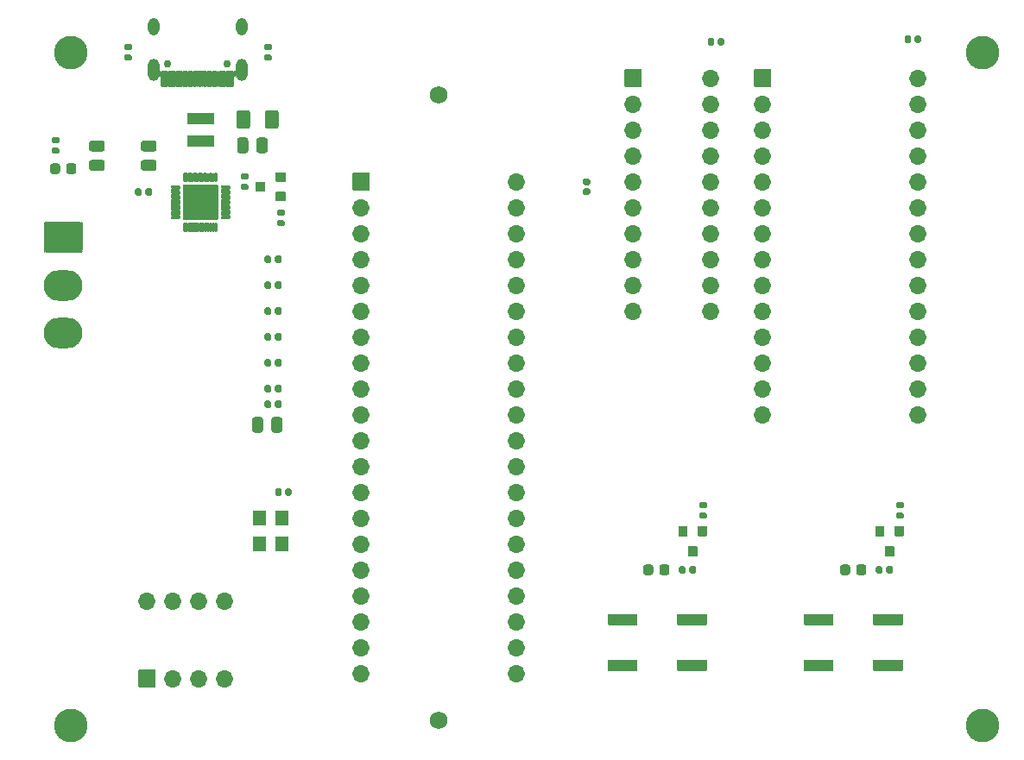
<source format=gbr>
%TF.GenerationSoftware,KiCad,Pcbnew,5.99.0+really5.1.10+dfsg1-1*%
%TF.CreationDate,2021-12-24T14:47:20+01:00*%
%TF.ProjectId,8051dumper,38303531-6475-46d7-9065-722e6b696361,1*%
%TF.SameCoordinates,PX60e4b00PYc1c9600*%
%TF.FileFunction,Soldermask,Top*%
%TF.FilePolarity,Negative*%
%FSLAX46Y46*%
G04 Gerber Fmt 4.6, Leading zero omitted, Abs format (unit mm)*
G04 Created by KiCad (PCBNEW 5.99.0+really5.1.10+dfsg1-1) date 2021-12-24 14:47:20*
%MOMM*%
%LPD*%
G01*
G04 APERTURE LIST*
%ADD10C,3.302000*%
%ADD11O,1.702000X1.702000*%
%ADD12C,0.752000*%
%ADD13O,1.102000X2.202000*%
%ADD14O,1.102000X1.702000*%
%ADD15O,3.810400X3.023000*%
%ADD16C,1.753000*%
%ADD17O,1.702200X1.702200*%
%ADD18C,0.152400*%
G04 APERTURE END LIST*
%TO.C,U4*%
G36*
G01*
X20137001Y64019000D02*
X19486999Y64019000D01*
G75*
G02*
X19436000Y64069999I0J50999D01*
G01*
X19436000Y65130001D01*
G75*
G02*
X19486999Y65181000I50999J0D01*
G01*
X20137001Y65181000D01*
G75*
G02*
X20188000Y65130001I0J-50999D01*
G01*
X20188000Y64069999D01*
G75*
G02*
X20137001Y64019000I-50999J0D01*
G01*
G37*
G36*
G01*
X19187001Y64019000D02*
X18536999Y64019000D01*
G75*
G02*
X18486000Y64069999I0J50999D01*
G01*
X18486000Y65130001D01*
G75*
G02*
X18536999Y65181000I50999J0D01*
G01*
X19187001Y65181000D01*
G75*
G02*
X19238000Y65130001I0J-50999D01*
G01*
X19238000Y64069999D01*
G75*
G02*
X19187001Y64019000I-50999J0D01*
G01*
G37*
G36*
G01*
X21087001Y64019000D02*
X20436999Y64019000D01*
G75*
G02*
X20386000Y64069999I0J50999D01*
G01*
X20386000Y65130001D01*
G75*
G02*
X20436999Y65181000I50999J0D01*
G01*
X21087001Y65181000D01*
G75*
G02*
X21138000Y65130001I0J-50999D01*
G01*
X21138000Y64069999D01*
G75*
G02*
X21087001Y64019000I-50999J0D01*
G01*
G37*
G36*
G01*
X21087001Y61819000D02*
X20436999Y61819000D01*
G75*
G02*
X20386000Y61869999I0J50999D01*
G01*
X20386000Y62930001D01*
G75*
G02*
X20436999Y62981000I50999J0D01*
G01*
X21087001Y62981000D01*
G75*
G02*
X21138000Y62930001I0J-50999D01*
G01*
X21138000Y61869999D01*
G75*
G02*
X21087001Y61819000I-50999J0D01*
G01*
G37*
G36*
G01*
X20137001Y61819000D02*
X19486999Y61819000D01*
G75*
G02*
X19436000Y61869999I0J50999D01*
G01*
X19436000Y62930001D01*
G75*
G02*
X19486999Y62981000I50999J0D01*
G01*
X20137001Y62981000D01*
G75*
G02*
X20188000Y62930001I0J-50999D01*
G01*
X20188000Y61869999D01*
G75*
G02*
X20137001Y61819000I-50999J0D01*
G01*
G37*
G36*
G01*
X19187001Y61819000D02*
X18536999Y61819000D01*
G75*
G02*
X18486000Y61869999I0J50999D01*
G01*
X18486000Y62930001D01*
G75*
G02*
X18536999Y62981000I50999J0D01*
G01*
X19187001Y62981000D01*
G75*
G02*
X19238000Y62930001I0J-50999D01*
G01*
X19238000Y61869999D01*
G75*
G02*
X19187001Y61819000I-50999J0D01*
G01*
G37*
%TD*%
D10*
%TO.C,H4*%
X7080000Y5080000D03*
%TD*%
%TO.C,H3*%
X7080000Y71120000D03*
%TD*%
%TO.C,H2*%
X96520000Y5080000D03*
%TD*%
%TO.C,H1*%
X96520000Y71120000D03*
%TD*%
%TO.C,Q3*%
G36*
G01*
X26171000Y58312000D02*
X26171000Y57512000D01*
G75*
G02*
X26120000Y57461000I-51000J0D01*
G01*
X25220000Y57461000D01*
G75*
G02*
X25169000Y57512000I0J51000D01*
G01*
X25169000Y58312000D01*
G75*
G02*
X25220000Y58363000I51000J0D01*
G01*
X26120000Y58363000D01*
G75*
G02*
X26171000Y58312000I0J-51000D01*
G01*
G37*
G36*
G01*
X28171000Y59262000D02*
X28171000Y58462000D01*
G75*
G02*
X28120000Y58411000I-51000J0D01*
G01*
X27220000Y58411000D01*
G75*
G02*
X27169000Y58462000I0J51000D01*
G01*
X27169000Y59262000D01*
G75*
G02*
X27220000Y59313000I51000J0D01*
G01*
X28120000Y59313000D01*
G75*
G02*
X28171000Y59262000I0J-51000D01*
G01*
G37*
G36*
G01*
X28171000Y57362000D02*
X28171000Y56562000D01*
G75*
G02*
X28120000Y56511000I-51000J0D01*
G01*
X27220000Y56511000D01*
G75*
G02*
X27169000Y56562000I0J51000D01*
G01*
X27169000Y57362000D01*
G75*
G02*
X27220000Y57413000I51000J0D01*
G01*
X28120000Y57413000D01*
G75*
G02*
X28171000Y57362000I0J-51000D01*
G01*
G37*
%TD*%
%TO.C,Q2*%
G36*
G01*
X86976000Y22615000D02*
X87776000Y22615000D01*
G75*
G02*
X87827000Y22564000I0J-51000D01*
G01*
X87827000Y21664000D01*
G75*
G02*
X87776000Y21613000I-51000J0D01*
G01*
X86976000Y21613000D01*
G75*
G02*
X86925000Y21664000I0J51000D01*
G01*
X86925000Y22564000D01*
G75*
G02*
X86976000Y22615000I51000J0D01*
G01*
G37*
G36*
G01*
X86026000Y24615000D02*
X86826000Y24615000D01*
G75*
G02*
X86877000Y24564000I0J-51000D01*
G01*
X86877000Y23664000D01*
G75*
G02*
X86826000Y23613000I-51000J0D01*
G01*
X86026000Y23613000D01*
G75*
G02*
X85975000Y23664000I0J51000D01*
G01*
X85975000Y24564000D01*
G75*
G02*
X86026000Y24615000I51000J0D01*
G01*
G37*
G36*
G01*
X87926000Y24615000D02*
X88726000Y24615000D01*
G75*
G02*
X88777000Y24564000I0J-51000D01*
G01*
X88777000Y23664000D01*
G75*
G02*
X88726000Y23613000I-51000J0D01*
G01*
X87926000Y23613000D01*
G75*
G02*
X87875000Y23664000I0J51000D01*
G01*
X87875000Y24564000D01*
G75*
G02*
X87926000Y24615000I51000J0D01*
G01*
G37*
%TD*%
%TO.C,Q1*%
G36*
G01*
X67672000Y22615000D02*
X68472000Y22615000D01*
G75*
G02*
X68523000Y22564000I0J-51000D01*
G01*
X68523000Y21664000D01*
G75*
G02*
X68472000Y21613000I-51000J0D01*
G01*
X67672000Y21613000D01*
G75*
G02*
X67621000Y21664000I0J51000D01*
G01*
X67621000Y22564000D01*
G75*
G02*
X67672000Y22615000I51000J0D01*
G01*
G37*
G36*
G01*
X66722000Y24615000D02*
X67522000Y24615000D01*
G75*
G02*
X67573000Y24564000I0J-51000D01*
G01*
X67573000Y23664000D01*
G75*
G02*
X67522000Y23613000I-51000J0D01*
G01*
X66722000Y23613000D01*
G75*
G02*
X66671000Y23664000I0J51000D01*
G01*
X66671000Y24564000D01*
G75*
G02*
X66722000Y24615000I51000J0D01*
G01*
G37*
G36*
G01*
X68622000Y24615000D02*
X69422000Y24615000D01*
G75*
G02*
X69473000Y24564000I0J-51000D01*
G01*
X69473000Y23664000D01*
G75*
G02*
X69422000Y23613000I-51000J0D01*
G01*
X68622000Y23613000D01*
G75*
G02*
X68571000Y23664000I0J51000D01*
G01*
X68571000Y24564000D01*
G75*
G02*
X68622000Y24615000I51000J0D01*
G01*
G37*
%TD*%
D11*
%TO.C,J1*%
X14560000Y17270000D03*
X22180000Y9650000D03*
X17100000Y17270000D03*
X19640000Y9650000D03*
X19640000Y17270000D03*
X17100000Y9650000D03*
X22180000Y17270000D03*
G36*
G01*
X15360000Y8799000D02*
X13760000Y8799000D01*
G75*
G02*
X13709000Y8850000I0J51000D01*
G01*
X13709000Y10450000D01*
G75*
G02*
X13760000Y10501000I51000J0D01*
G01*
X15360000Y10501000D01*
G75*
G02*
X15411000Y10450000I0J-51000D01*
G01*
X15411000Y8850000D01*
G75*
G02*
X15360000Y8799000I-51000J0D01*
G01*
G37*
%TD*%
%TO.C,X1*%
G36*
G01*
X27169999Y26151000D02*
X28370001Y26151000D01*
G75*
G02*
X28421000Y26100001I0J-50999D01*
G01*
X28421000Y24699999D01*
G75*
G02*
X28370001Y24649000I-50999J0D01*
G01*
X27169999Y24649000D01*
G75*
G02*
X27119000Y24699999I0J50999D01*
G01*
X27119000Y26100001D01*
G75*
G02*
X27169999Y26151000I50999J0D01*
G01*
G37*
G36*
G01*
X27169999Y23611000D02*
X28370001Y23611000D01*
G75*
G02*
X28421000Y23560001I0J-50999D01*
G01*
X28421000Y22159999D01*
G75*
G02*
X28370001Y22109000I-50999J0D01*
G01*
X27169999Y22109000D01*
G75*
G02*
X27119000Y22159999I0J50999D01*
G01*
X27119000Y23560001D01*
G75*
G02*
X27169999Y23611000I50999J0D01*
G01*
G37*
G36*
G01*
X24969999Y23611000D02*
X26170001Y23611000D01*
G75*
G02*
X26221000Y23560001I0J-50999D01*
G01*
X26221000Y22159999D01*
G75*
G02*
X26170001Y22109000I-50999J0D01*
G01*
X24969999Y22109000D01*
G75*
G02*
X24919000Y22159999I0J50999D01*
G01*
X24919000Y23560001D01*
G75*
G02*
X24969999Y23611000I50999J0D01*
G01*
G37*
G36*
G01*
X24969999Y26151000D02*
X26170001Y26151000D01*
G75*
G02*
X26221000Y26100001I0J-50999D01*
G01*
X26221000Y24699999D01*
G75*
G02*
X26170001Y24649000I-50999J0D01*
G01*
X24969999Y24649000D01*
G75*
G02*
X24919000Y24699999I0J50999D01*
G01*
X24919000Y26100001D01*
G75*
G02*
X24969999Y26151000I50999J0D01*
G01*
G37*
%TD*%
%TO.C,USB1*%
G36*
G01*
X16626000Y69230000D02*
X16626000Y67780000D01*
G75*
G02*
X16575000Y67729000I-51000J0D01*
G01*
X15975000Y67729000D01*
G75*
G02*
X15924000Y67780000I0J51000D01*
G01*
X15924000Y69230000D01*
G75*
G02*
X15975000Y69281000I51000J0D01*
G01*
X16575000Y69281000D01*
G75*
G02*
X16626000Y69230000I0J-51000D01*
G01*
G37*
G36*
G01*
X23076000Y69230000D02*
X23076000Y67780000D01*
G75*
G02*
X23025000Y67729000I-51000J0D01*
G01*
X22425000Y67729000D01*
G75*
G02*
X22374000Y67780000I0J51000D01*
G01*
X22374000Y69230000D01*
G75*
G02*
X22425000Y69281000I51000J0D01*
G01*
X23025000Y69281000D01*
G75*
G02*
X23076000Y69230000I0J-51000D01*
G01*
G37*
G36*
G01*
X17401000Y69230000D02*
X17401000Y67780000D01*
G75*
G02*
X17350000Y67729000I-51000J0D01*
G01*
X16750000Y67729000D01*
G75*
G02*
X16699000Y67780000I0J51000D01*
G01*
X16699000Y69230000D01*
G75*
G02*
X16750000Y69281000I51000J0D01*
G01*
X17350000Y69281000D01*
G75*
G02*
X17401000Y69230000I0J-51000D01*
G01*
G37*
G36*
G01*
X22301000Y69230000D02*
X22301000Y67780000D01*
G75*
G02*
X22250000Y67729000I-51000J0D01*
G01*
X21650000Y67729000D01*
G75*
G02*
X21599000Y67780000I0J51000D01*
G01*
X21599000Y69230000D01*
G75*
G02*
X21650000Y69281000I51000J0D01*
G01*
X22250000Y69281000D01*
G75*
G02*
X22301000Y69230000I0J-51000D01*
G01*
G37*
G36*
G01*
X21451000Y69230000D02*
X21451000Y67780000D01*
G75*
G02*
X21400000Y67729000I-51000J0D01*
G01*
X21100000Y67729000D01*
G75*
G02*
X21049000Y67780000I0J51000D01*
G01*
X21049000Y69230000D01*
G75*
G02*
X21100000Y69281000I51000J0D01*
G01*
X21400000Y69281000D01*
G75*
G02*
X21451000Y69230000I0J-51000D01*
G01*
G37*
G36*
G01*
X17951000Y69230000D02*
X17951000Y67780000D01*
G75*
G02*
X17900000Y67729000I-51000J0D01*
G01*
X17600000Y67729000D01*
G75*
G02*
X17549000Y67780000I0J51000D01*
G01*
X17549000Y69230000D01*
G75*
G02*
X17600000Y69281000I51000J0D01*
G01*
X17900000Y69281000D01*
G75*
G02*
X17951000Y69230000I0J-51000D01*
G01*
G37*
G36*
G01*
X20951000Y69230000D02*
X20951000Y67780000D01*
G75*
G02*
X20900000Y67729000I-51000J0D01*
G01*
X20600000Y67729000D01*
G75*
G02*
X20549000Y67780000I0J51000D01*
G01*
X20549000Y69230000D01*
G75*
G02*
X20600000Y69281000I51000J0D01*
G01*
X20900000Y69281000D01*
G75*
G02*
X20951000Y69230000I0J-51000D01*
G01*
G37*
G36*
G01*
X18451000Y69230000D02*
X18451000Y67780000D01*
G75*
G02*
X18400000Y67729000I-51000J0D01*
G01*
X18100000Y67729000D01*
G75*
G02*
X18049000Y67780000I0J51000D01*
G01*
X18049000Y69230000D01*
G75*
G02*
X18100000Y69281000I51000J0D01*
G01*
X18400000Y69281000D01*
G75*
G02*
X18451000Y69230000I0J-51000D01*
G01*
G37*
G36*
G01*
X20451000Y69230000D02*
X20451000Y67780000D01*
G75*
G02*
X20400000Y67729000I-51000J0D01*
G01*
X20100000Y67729000D01*
G75*
G02*
X20049000Y67780000I0J51000D01*
G01*
X20049000Y69230000D01*
G75*
G02*
X20100000Y69281000I51000J0D01*
G01*
X20400000Y69281000D01*
G75*
G02*
X20451000Y69230000I0J-51000D01*
G01*
G37*
G36*
G01*
X18951000Y69230000D02*
X18951000Y67780000D01*
G75*
G02*
X18900000Y67729000I-51000J0D01*
G01*
X18600000Y67729000D01*
G75*
G02*
X18549000Y67780000I0J51000D01*
G01*
X18549000Y69230000D01*
G75*
G02*
X18600000Y69281000I51000J0D01*
G01*
X18900000Y69281000D01*
G75*
G02*
X18951000Y69230000I0J-51000D01*
G01*
G37*
G36*
G01*
X19451000Y69230000D02*
X19451000Y67780000D01*
G75*
G02*
X19400000Y67729000I-51000J0D01*
G01*
X19100000Y67729000D01*
G75*
G02*
X19049000Y67780000I0J51000D01*
G01*
X19049000Y69230000D01*
G75*
G02*
X19100000Y69281000I51000J0D01*
G01*
X19400000Y69281000D01*
G75*
G02*
X19451000Y69230000I0J-51000D01*
G01*
G37*
G36*
G01*
X19951000Y69230000D02*
X19951000Y67780000D01*
G75*
G02*
X19900000Y67729000I-51000J0D01*
G01*
X19600000Y67729000D01*
G75*
G02*
X19549000Y67780000I0J51000D01*
G01*
X19549000Y69230000D01*
G75*
G02*
X19600000Y69281000I51000J0D01*
G01*
X19900000Y69281000D01*
G75*
G02*
X19951000Y69230000I0J-51000D01*
G01*
G37*
D12*
X16610000Y69950000D03*
X22390000Y69950000D03*
D13*
X23820000Y69420000D03*
X15180000Y69420000D03*
D14*
X23820000Y73600000D03*
X15180000Y73600000D03*
%TD*%
%TO.C,U5*%
G36*
G01*
X18137000Y58114000D02*
X21487000Y58114000D01*
G75*
G02*
X21538000Y58063000I0J-51000D01*
G01*
X21538000Y54713000D01*
G75*
G02*
X21487000Y54662000I-51000J0D01*
G01*
X18137000Y54662000D01*
G75*
G02*
X18086000Y54713000I0J51000D01*
G01*
X18086000Y58063000D01*
G75*
G02*
X18137000Y58114000I51000J0D01*
G01*
G37*
G36*
G01*
X21899000Y58064000D02*
X22625000Y58064000D01*
G75*
G02*
X22713000Y57976000I0J-88000D01*
G01*
X22713000Y57800000D01*
G75*
G02*
X22625000Y57712000I-88000J0D01*
G01*
X21899000Y57712000D01*
G75*
G02*
X21811000Y57800000I0J88000D01*
G01*
X21811000Y57976000D01*
G75*
G02*
X21899000Y58064000I88000J0D01*
G01*
G37*
G36*
G01*
X21899000Y57564000D02*
X22625000Y57564000D01*
G75*
G02*
X22713000Y57476000I0J-88000D01*
G01*
X22713000Y57300000D01*
G75*
G02*
X22625000Y57212000I-88000J0D01*
G01*
X21899000Y57212000D01*
G75*
G02*
X21811000Y57300000I0J88000D01*
G01*
X21811000Y57476000D01*
G75*
G02*
X21899000Y57564000I88000J0D01*
G01*
G37*
G36*
G01*
X21899000Y57064000D02*
X22625000Y57064000D01*
G75*
G02*
X22713000Y56976000I0J-88000D01*
G01*
X22713000Y56800000D01*
G75*
G02*
X22625000Y56712000I-88000J0D01*
G01*
X21899000Y56712000D01*
G75*
G02*
X21811000Y56800000I0J88000D01*
G01*
X21811000Y56976000D01*
G75*
G02*
X21899000Y57064000I88000J0D01*
G01*
G37*
G36*
G01*
X21899000Y56564000D02*
X22625000Y56564000D01*
G75*
G02*
X22713000Y56476000I0J-88000D01*
G01*
X22713000Y56300000D01*
G75*
G02*
X22625000Y56212000I-88000J0D01*
G01*
X21899000Y56212000D01*
G75*
G02*
X21811000Y56300000I0J88000D01*
G01*
X21811000Y56476000D01*
G75*
G02*
X21899000Y56564000I88000J0D01*
G01*
G37*
G36*
G01*
X21899000Y56064000D02*
X22625000Y56064000D01*
G75*
G02*
X22713000Y55976000I0J-88000D01*
G01*
X22713000Y55800000D01*
G75*
G02*
X22625000Y55712000I-88000J0D01*
G01*
X21899000Y55712000D01*
G75*
G02*
X21811000Y55800000I0J88000D01*
G01*
X21811000Y55976000D01*
G75*
G02*
X21899000Y56064000I88000J0D01*
G01*
G37*
G36*
G01*
X21899000Y55564000D02*
X22625000Y55564000D01*
G75*
G02*
X22713000Y55476000I0J-88000D01*
G01*
X22713000Y55300000D01*
G75*
G02*
X22625000Y55212000I-88000J0D01*
G01*
X21899000Y55212000D01*
G75*
G02*
X21811000Y55300000I0J88000D01*
G01*
X21811000Y55476000D01*
G75*
G02*
X21899000Y55564000I88000J0D01*
G01*
G37*
G36*
G01*
X21899000Y55064000D02*
X22625000Y55064000D01*
G75*
G02*
X22713000Y54976000I0J-88000D01*
G01*
X22713000Y54800000D01*
G75*
G02*
X22625000Y54712000I-88000J0D01*
G01*
X21899000Y54712000D01*
G75*
G02*
X21811000Y54800000I0J88000D01*
G01*
X21811000Y54976000D01*
G75*
G02*
X21899000Y55064000I88000J0D01*
G01*
G37*
G36*
G01*
X21224000Y54389000D02*
X21400000Y54389000D01*
G75*
G02*
X21488000Y54301000I0J-88000D01*
G01*
X21488000Y53575000D01*
G75*
G02*
X21400000Y53487000I-88000J0D01*
G01*
X21224000Y53487000D01*
G75*
G02*
X21136000Y53575000I0J88000D01*
G01*
X21136000Y54301000D01*
G75*
G02*
X21224000Y54389000I88000J0D01*
G01*
G37*
G36*
G01*
X20724000Y54389000D02*
X20900000Y54389000D01*
G75*
G02*
X20988000Y54301000I0J-88000D01*
G01*
X20988000Y53575000D01*
G75*
G02*
X20900000Y53487000I-88000J0D01*
G01*
X20724000Y53487000D01*
G75*
G02*
X20636000Y53575000I0J88000D01*
G01*
X20636000Y54301000D01*
G75*
G02*
X20724000Y54389000I88000J0D01*
G01*
G37*
G36*
G01*
X20224000Y54389000D02*
X20400000Y54389000D01*
G75*
G02*
X20488000Y54301000I0J-88000D01*
G01*
X20488000Y53575000D01*
G75*
G02*
X20400000Y53487000I-88000J0D01*
G01*
X20224000Y53487000D01*
G75*
G02*
X20136000Y53575000I0J88000D01*
G01*
X20136000Y54301000D01*
G75*
G02*
X20224000Y54389000I88000J0D01*
G01*
G37*
G36*
G01*
X19724000Y54389000D02*
X19900000Y54389000D01*
G75*
G02*
X19988000Y54301000I0J-88000D01*
G01*
X19988000Y53575000D01*
G75*
G02*
X19900000Y53487000I-88000J0D01*
G01*
X19724000Y53487000D01*
G75*
G02*
X19636000Y53575000I0J88000D01*
G01*
X19636000Y54301000D01*
G75*
G02*
X19724000Y54389000I88000J0D01*
G01*
G37*
G36*
G01*
X19224000Y54389000D02*
X19400000Y54389000D01*
G75*
G02*
X19488000Y54301000I0J-88000D01*
G01*
X19488000Y53575000D01*
G75*
G02*
X19400000Y53487000I-88000J0D01*
G01*
X19224000Y53487000D01*
G75*
G02*
X19136000Y53575000I0J88000D01*
G01*
X19136000Y54301000D01*
G75*
G02*
X19224000Y54389000I88000J0D01*
G01*
G37*
G36*
G01*
X18724000Y54389000D02*
X18900000Y54389000D01*
G75*
G02*
X18988000Y54301000I0J-88000D01*
G01*
X18988000Y53575000D01*
G75*
G02*
X18900000Y53487000I-88000J0D01*
G01*
X18724000Y53487000D01*
G75*
G02*
X18636000Y53575000I0J88000D01*
G01*
X18636000Y54301000D01*
G75*
G02*
X18724000Y54389000I88000J0D01*
G01*
G37*
G36*
G01*
X18224000Y54389000D02*
X18400000Y54389000D01*
G75*
G02*
X18488000Y54301000I0J-88000D01*
G01*
X18488000Y53575000D01*
G75*
G02*
X18400000Y53487000I-88000J0D01*
G01*
X18224000Y53487000D01*
G75*
G02*
X18136000Y53575000I0J88000D01*
G01*
X18136000Y54301000D01*
G75*
G02*
X18224000Y54389000I88000J0D01*
G01*
G37*
G36*
G01*
X16999000Y55064000D02*
X17725000Y55064000D01*
G75*
G02*
X17813000Y54976000I0J-88000D01*
G01*
X17813000Y54800000D01*
G75*
G02*
X17725000Y54712000I-88000J0D01*
G01*
X16999000Y54712000D01*
G75*
G02*
X16911000Y54800000I0J88000D01*
G01*
X16911000Y54976000D01*
G75*
G02*
X16999000Y55064000I88000J0D01*
G01*
G37*
G36*
G01*
X16999000Y55564000D02*
X17725000Y55564000D01*
G75*
G02*
X17813000Y55476000I0J-88000D01*
G01*
X17813000Y55300000D01*
G75*
G02*
X17725000Y55212000I-88000J0D01*
G01*
X16999000Y55212000D01*
G75*
G02*
X16911000Y55300000I0J88000D01*
G01*
X16911000Y55476000D01*
G75*
G02*
X16999000Y55564000I88000J0D01*
G01*
G37*
G36*
G01*
X16999000Y56064000D02*
X17725000Y56064000D01*
G75*
G02*
X17813000Y55976000I0J-88000D01*
G01*
X17813000Y55800000D01*
G75*
G02*
X17725000Y55712000I-88000J0D01*
G01*
X16999000Y55712000D01*
G75*
G02*
X16911000Y55800000I0J88000D01*
G01*
X16911000Y55976000D01*
G75*
G02*
X16999000Y56064000I88000J0D01*
G01*
G37*
G36*
G01*
X16999000Y56564000D02*
X17725000Y56564000D01*
G75*
G02*
X17813000Y56476000I0J-88000D01*
G01*
X17813000Y56300000D01*
G75*
G02*
X17725000Y56212000I-88000J0D01*
G01*
X16999000Y56212000D01*
G75*
G02*
X16911000Y56300000I0J88000D01*
G01*
X16911000Y56476000D01*
G75*
G02*
X16999000Y56564000I88000J0D01*
G01*
G37*
G36*
G01*
X16999000Y57064000D02*
X17725000Y57064000D01*
G75*
G02*
X17813000Y56976000I0J-88000D01*
G01*
X17813000Y56800000D01*
G75*
G02*
X17725000Y56712000I-88000J0D01*
G01*
X16999000Y56712000D01*
G75*
G02*
X16911000Y56800000I0J88000D01*
G01*
X16911000Y56976000D01*
G75*
G02*
X16999000Y57064000I88000J0D01*
G01*
G37*
G36*
G01*
X16999000Y57564000D02*
X17725000Y57564000D01*
G75*
G02*
X17813000Y57476000I0J-88000D01*
G01*
X17813000Y57300000D01*
G75*
G02*
X17725000Y57212000I-88000J0D01*
G01*
X16999000Y57212000D01*
G75*
G02*
X16911000Y57300000I0J88000D01*
G01*
X16911000Y57476000D01*
G75*
G02*
X16999000Y57564000I88000J0D01*
G01*
G37*
G36*
G01*
X16999000Y58064000D02*
X17725000Y58064000D01*
G75*
G02*
X17813000Y57976000I0J-88000D01*
G01*
X17813000Y57800000D01*
G75*
G02*
X17725000Y57712000I-88000J0D01*
G01*
X16999000Y57712000D01*
G75*
G02*
X16911000Y57800000I0J88000D01*
G01*
X16911000Y57976000D01*
G75*
G02*
X16999000Y58064000I88000J0D01*
G01*
G37*
G36*
G01*
X18224000Y59289000D02*
X18400000Y59289000D01*
G75*
G02*
X18488000Y59201000I0J-88000D01*
G01*
X18488000Y58475000D01*
G75*
G02*
X18400000Y58387000I-88000J0D01*
G01*
X18224000Y58387000D01*
G75*
G02*
X18136000Y58475000I0J88000D01*
G01*
X18136000Y59201000D01*
G75*
G02*
X18224000Y59289000I88000J0D01*
G01*
G37*
G36*
G01*
X18724000Y59289000D02*
X18900000Y59289000D01*
G75*
G02*
X18988000Y59201000I0J-88000D01*
G01*
X18988000Y58475000D01*
G75*
G02*
X18900000Y58387000I-88000J0D01*
G01*
X18724000Y58387000D01*
G75*
G02*
X18636000Y58475000I0J88000D01*
G01*
X18636000Y59201000D01*
G75*
G02*
X18724000Y59289000I88000J0D01*
G01*
G37*
G36*
G01*
X19224000Y59289000D02*
X19400000Y59289000D01*
G75*
G02*
X19488000Y59201000I0J-88000D01*
G01*
X19488000Y58475000D01*
G75*
G02*
X19400000Y58387000I-88000J0D01*
G01*
X19224000Y58387000D01*
G75*
G02*
X19136000Y58475000I0J88000D01*
G01*
X19136000Y59201000D01*
G75*
G02*
X19224000Y59289000I88000J0D01*
G01*
G37*
G36*
G01*
X19724000Y59289000D02*
X19900000Y59289000D01*
G75*
G02*
X19988000Y59201000I0J-88000D01*
G01*
X19988000Y58475000D01*
G75*
G02*
X19900000Y58387000I-88000J0D01*
G01*
X19724000Y58387000D01*
G75*
G02*
X19636000Y58475000I0J88000D01*
G01*
X19636000Y59201000D01*
G75*
G02*
X19724000Y59289000I88000J0D01*
G01*
G37*
G36*
G01*
X20224000Y59289000D02*
X20400000Y59289000D01*
G75*
G02*
X20488000Y59201000I0J-88000D01*
G01*
X20488000Y58475000D01*
G75*
G02*
X20400000Y58387000I-88000J0D01*
G01*
X20224000Y58387000D01*
G75*
G02*
X20136000Y58475000I0J88000D01*
G01*
X20136000Y59201000D01*
G75*
G02*
X20224000Y59289000I88000J0D01*
G01*
G37*
G36*
G01*
X20724000Y59289000D02*
X20900000Y59289000D01*
G75*
G02*
X20988000Y59201000I0J-88000D01*
G01*
X20988000Y58475000D01*
G75*
G02*
X20900000Y58387000I-88000J0D01*
G01*
X20724000Y58387000D01*
G75*
G02*
X20636000Y58475000I0J88000D01*
G01*
X20636000Y59201000D01*
G75*
G02*
X20724000Y59289000I88000J0D01*
G01*
G37*
G36*
G01*
X21224000Y59289000D02*
X21400000Y59289000D01*
G75*
G02*
X21488000Y59201000I0J-88000D01*
G01*
X21488000Y58475000D01*
G75*
G02*
X21400000Y58387000I-88000J0D01*
G01*
X21224000Y58387000D01*
G75*
G02*
X21136000Y58475000I0J88000D01*
G01*
X21136000Y59201000D01*
G75*
G02*
X21224000Y59289000I88000J0D01*
G01*
G37*
%TD*%
%TO.C,R17*%
G36*
G01*
X14035000Y57614500D02*
X14035000Y57193500D01*
G75*
G02*
X13874500Y57033000I-160500J0D01*
G01*
X13553500Y57033000D01*
G75*
G02*
X13393000Y57193500I0J160500D01*
G01*
X13393000Y57614500D01*
G75*
G02*
X13553500Y57775000I160500J0D01*
G01*
X13874500Y57775000D01*
G75*
G02*
X14035000Y57614500I0J-160500D01*
G01*
G37*
G36*
G01*
X15055000Y57614500D02*
X15055000Y57193500D01*
G75*
G02*
X14894500Y57033000I-160500J0D01*
G01*
X14573500Y57033000D01*
G75*
G02*
X14413000Y57193500I0J160500D01*
G01*
X14413000Y57614500D01*
G75*
G02*
X14573500Y57775000I160500J0D01*
G01*
X14894500Y57775000D01*
G75*
G02*
X15055000Y57614500I0J-160500D01*
G01*
G37*
%TD*%
%TO.C,R16*%
G36*
G01*
X12910500Y71309000D02*
X12489500Y71309000D01*
G75*
G02*
X12329000Y71469500I0J160500D01*
G01*
X12329000Y71790500D01*
G75*
G02*
X12489500Y71951000I160500J0D01*
G01*
X12910500Y71951000D01*
G75*
G02*
X13071000Y71790500I0J-160500D01*
G01*
X13071000Y71469500D01*
G75*
G02*
X12910500Y71309000I-160500J0D01*
G01*
G37*
G36*
G01*
X12910500Y70289000D02*
X12489500Y70289000D01*
G75*
G02*
X12329000Y70449500I0J160500D01*
G01*
X12329000Y70770500D01*
G75*
G02*
X12489500Y70931000I160500J0D01*
G01*
X12910500Y70931000D01*
G75*
G02*
X13071000Y70770500I0J-160500D01*
G01*
X13071000Y70449500D01*
G75*
G02*
X12910500Y70289000I-160500J0D01*
G01*
G37*
%TD*%
%TO.C,R15*%
G36*
G01*
X26626500Y71309000D02*
X26205500Y71309000D01*
G75*
G02*
X26045000Y71469500I0J160500D01*
G01*
X26045000Y71790500D01*
G75*
G02*
X26205500Y71951000I160500J0D01*
G01*
X26626500Y71951000D01*
G75*
G02*
X26787000Y71790500I0J-160500D01*
G01*
X26787000Y71469500D01*
G75*
G02*
X26626500Y71309000I-160500J0D01*
G01*
G37*
G36*
G01*
X26626500Y70289000D02*
X26205500Y70289000D01*
G75*
G02*
X26045000Y70449500I0J160500D01*
G01*
X26045000Y70770500D01*
G75*
G02*
X26205500Y70931000I160500J0D01*
G01*
X26626500Y70931000D01*
G75*
G02*
X26787000Y70770500I0J-160500D01*
G01*
X26787000Y70449500D01*
G75*
G02*
X26626500Y70289000I-160500J0D01*
G01*
G37*
%TD*%
%TO.C,F1*%
G36*
G01*
X24676000Y65171600D02*
X24676000Y63860400D01*
G75*
G02*
X24405600Y63590000I-270400J0D01*
G01*
X23594400Y63590000D01*
G75*
G02*
X23324000Y63860400I0J270400D01*
G01*
X23324000Y65171600D01*
G75*
G02*
X23594400Y65442000I270400J0D01*
G01*
X24405600Y65442000D01*
G75*
G02*
X24676000Y65171600I0J-270400D01*
G01*
G37*
G36*
G01*
X27476000Y65171600D02*
X27476000Y63860400D01*
G75*
G02*
X27205600Y63590000I-270400J0D01*
G01*
X26394400Y63590000D01*
G75*
G02*
X26124000Y63860400I0J270400D01*
G01*
X26124000Y65171600D01*
G75*
G02*
X26394400Y65442000I270400J0D01*
G01*
X27205600Y65442000D01*
G75*
G02*
X27476000Y65171600I0J-270400D01*
G01*
G37*
%TD*%
%TO.C,C8*%
G36*
G01*
X15232500Y61359000D02*
X14231500Y61359000D01*
G75*
G02*
X13956000Y61634500I0J275500D01*
G01*
X13956000Y62185500D01*
G75*
G02*
X14231500Y62461000I275500J0D01*
G01*
X15232500Y62461000D01*
G75*
G02*
X15508000Y62185500I0J-275500D01*
G01*
X15508000Y61634500D01*
G75*
G02*
X15232500Y61359000I-275500J0D01*
G01*
G37*
G36*
G01*
X15232500Y59459000D02*
X14231500Y59459000D01*
G75*
G02*
X13956000Y59734500I0J275500D01*
G01*
X13956000Y60285500D01*
G75*
G02*
X14231500Y60561000I275500J0D01*
G01*
X15232500Y60561000D01*
G75*
G02*
X15508000Y60285500I0J-275500D01*
G01*
X15508000Y59734500D01*
G75*
G02*
X15232500Y59459000I-275500J0D01*
G01*
G37*
%TD*%
%TO.C,C7*%
G36*
G01*
X25291000Y61475500D02*
X25291000Y62476500D01*
G75*
G02*
X25566500Y62752000I275500J0D01*
G01*
X26117500Y62752000D01*
G75*
G02*
X26393000Y62476500I0J-275500D01*
G01*
X26393000Y61475500D01*
G75*
G02*
X26117500Y61200000I-275500J0D01*
G01*
X25566500Y61200000D01*
G75*
G02*
X25291000Y61475500I0J275500D01*
G01*
G37*
G36*
G01*
X23391000Y61475500D02*
X23391000Y62476500D01*
G75*
G02*
X23666500Y62752000I275500J0D01*
G01*
X24217500Y62752000D01*
G75*
G02*
X24493000Y62476500I0J-275500D01*
G01*
X24493000Y61475500D01*
G75*
G02*
X24217500Y61200000I-275500J0D01*
G01*
X23666500Y61200000D01*
G75*
G02*
X23391000Y61475500I0J275500D01*
G01*
G37*
%TD*%
%TO.C,R14*%
G36*
G01*
X5377500Y61787000D02*
X5798500Y61787000D01*
G75*
G02*
X5959000Y61626500I0J-160500D01*
G01*
X5959000Y61305500D01*
G75*
G02*
X5798500Y61145000I-160500J0D01*
G01*
X5377500Y61145000D01*
G75*
G02*
X5217000Y61305500I0J160500D01*
G01*
X5217000Y61626500D01*
G75*
G02*
X5377500Y61787000I160500J0D01*
G01*
G37*
G36*
G01*
X5377500Y62807000D02*
X5798500Y62807000D01*
G75*
G02*
X5959000Y62646500I0J-160500D01*
G01*
X5959000Y62325500D01*
G75*
G02*
X5798500Y62165000I-160500J0D01*
G01*
X5377500Y62165000D01*
G75*
G02*
X5217000Y62325500I0J160500D01*
G01*
X5217000Y62646500D01*
G75*
G02*
X5377500Y62807000I160500J0D01*
G01*
G37*
%TD*%
%TO.C,R13*%
G36*
G01*
X27113000Y48049500D02*
X27113000Y48470500D01*
G75*
G02*
X27273500Y48631000I160500J0D01*
G01*
X27594500Y48631000D01*
G75*
G02*
X27755000Y48470500I0J-160500D01*
G01*
X27755000Y48049500D01*
G75*
G02*
X27594500Y47889000I-160500J0D01*
G01*
X27273500Y47889000D01*
G75*
G02*
X27113000Y48049500I0J160500D01*
G01*
G37*
G36*
G01*
X26093000Y48049500D02*
X26093000Y48470500D01*
G75*
G02*
X26253500Y48631000I160500J0D01*
G01*
X26574500Y48631000D01*
G75*
G02*
X26735000Y48470500I0J-160500D01*
G01*
X26735000Y48049500D01*
G75*
G02*
X26574500Y47889000I-160500J0D01*
G01*
X26253500Y47889000D01*
G75*
G02*
X26093000Y48049500I0J160500D01*
G01*
G37*
%TD*%
%TO.C,R12*%
G36*
G01*
X27113000Y45509500D02*
X27113000Y45930500D01*
G75*
G02*
X27273500Y46091000I160500J0D01*
G01*
X27594500Y46091000D01*
G75*
G02*
X27755000Y45930500I0J-160500D01*
G01*
X27755000Y45509500D01*
G75*
G02*
X27594500Y45349000I-160500J0D01*
G01*
X27273500Y45349000D01*
G75*
G02*
X27113000Y45509500I0J160500D01*
G01*
G37*
G36*
G01*
X26093000Y45509500D02*
X26093000Y45930500D01*
G75*
G02*
X26253500Y46091000I160500J0D01*
G01*
X26574500Y46091000D01*
G75*
G02*
X26735000Y45930500I0J-160500D01*
G01*
X26735000Y45509500D01*
G75*
G02*
X26574500Y45349000I-160500J0D01*
G01*
X26253500Y45349000D01*
G75*
G02*
X26093000Y45509500I0J160500D01*
G01*
G37*
%TD*%
%TO.C,R11*%
G36*
G01*
X27113000Y42969500D02*
X27113000Y43390500D01*
G75*
G02*
X27273500Y43551000I160500J0D01*
G01*
X27594500Y43551000D01*
G75*
G02*
X27755000Y43390500I0J-160500D01*
G01*
X27755000Y42969500D01*
G75*
G02*
X27594500Y42809000I-160500J0D01*
G01*
X27273500Y42809000D01*
G75*
G02*
X27113000Y42969500I0J160500D01*
G01*
G37*
G36*
G01*
X26093000Y42969500D02*
X26093000Y43390500D01*
G75*
G02*
X26253500Y43551000I160500J0D01*
G01*
X26574500Y43551000D01*
G75*
G02*
X26735000Y43390500I0J-160500D01*
G01*
X26735000Y42969500D01*
G75*
G02*
X26574500Y42809000I-160500J0D01*
G01*
X26253500Y42809000D01*
G75*
G02*
X26093000Y42969500I0J160500D01*
G01*
G37*
%TD*%
%TO.C,R10*%
G36*
G01*
X27113000Y40429500D02*
X27113000Y40850500D01*
G75*
G02*
X27273500Y41011000I160500J0D01*
G01*
X27594500Y41011000D01*
G75*
G02*
X27755000Y40850500I0J-160500D01*
G01*
X27755000Y40429500D01*
G75*
G02*
X27594500Y40269000I-160500J0D01*
G01*
X27273500Y40269000D01*
G75*
G02*
X27113000Y40429500I0J160500D01*
G01*
G37*
G36*
G01*
X26093000Y40429500D02*
X26093000Y40850500D01*
G75*
G02*
X26253500Y41011000I160500J0D01*
G01*
X26574500Y41011000D01*
G75*
G02*
X26735000Y40850500I0J-160500D01*
G01*
X26735000Y40429500D01*
G75*
G02*
X26574500Y40269000I-160500J0D01*
G01*
X26253500Y40269000D01*
G75*
G02*
X26093000Y40429500I0J160500D01*
G01*
G37*
%TD*%
%TO.C,R9*%
G36*
G01*
X27113000Y36365500D02*
X27113000Y36786500D01*
G75*
G02*
X27273500Y36947000I160500J0D01*
G01*
X27594500Y36947000D01*
G75*
G02*
X27755000Y36786500I0J-160500D01*
G01*
X27755000Y36365500D01*
G75*
G02*
X27594500Y36205000I-160500J0D01*
G01*
X27273500Y36205000D01*
G75*
G02*
X27113000Y36365500I0J160500D01*
G01*
G37*
G36*
G01*
X26093000Y36365500D02*
X26093000Y36786500D01*
G75*
G02*
X26253500Y36947000I160500J0D01*
G01*
X26574500Y36947000D01*
G75*
G02*
X26735000Y36786500I0J-160500D01*
G01*
X26735000Y36365500D01*
G75*
G02*
X26574500Y36205000I-160500J0D01*
G01*
X26253500Y36205000D01*
G75*
G02*
X26093000Y36365500I0J160500D01*
G01*
G37*
%TD*%
%TO.C,R8*%
G36*
G01*
X26735000Y38310500D02*
X26735000Y37889500D01*
G75*
G02*
X26574500Y37729000I-160500J0D01*
G01*
X26253500Y37729000D01*
G75*
G02*
X26093000Y37889500I0J160500D01*
G01*
X26093000Y38310500D01*
G75*
G02*
X26253500Y38471000I160500J0D01*
G01*
X26574500Y38471000D01*
G75*
G02*
X26735000Y38310500I0J-160500D01*
G01*
G37*
G36*
G01*
X27755000Y38310500D02*
X27755000Y37889500D01*
G75*
G02*
X27594500Y37729000I-160500J0D01*
G01*
X27273500Y37729000D01*
G75*
G02*
X27113000Y37889500I0J160500D01*
G01*
X27113000Y38310500D01*
G75*
G02*
X27273500Y38471000I160500J0D01*
G01*
X27594500Y38471000D01*
G75*
G02*
X27755000Y38310500I0J-160500D01*
G01*
G37*
%TD*%
%TO.C,R7*%
G36*
G01*
X86679000Y20530500D02*
X86679000Y20109500D01*
G75*
G02*
X86518500Y19949000I-160500J0D01*
G01*
X86197500Y19949000D01*
G75*
G02*
X86037000Y20109500I0J160500D01*
G01*
X86037000Y20530500D01*
G75*
G02*
X86197500Y20691000I160500J0D01*
G01*
X86518500Y20691000D01*
G75*
G02*
X86679000Y20530500I0J-160500D01*
G01*
G37*
G36*
G01*
X87699000Y20530500D02*
X87699000Y20109500D01*
G75*
G02*
X87538500Y19949000I-160500J0D01*
G01*
X87217500Y19949000D01*
G75*
G02*
X87057000Y20109500I0J160500D01*
G01*
X87057000Y20530500D01*
G75*
G02*
X87217500Y20691000I160500J0D01*
G01*
X87538500Y20691000D01*
G75*
G02*
X87699000Y20530500I0J-160500D01*
G01*
G37*
%TD*%
%TO.C,R6*%
G36*
G01*
X67375000Y20530500D02*
X67375000Y20109500D01*
G75*
G02*
X67214500Y19949000I-160500J0D01*
G01*
X66893500Y19949000D01*
G75*
G02*
X66733000Y20109500I0J160500D01*
G01*
X66733000Y20530500D01*
G75*
G02*
X66893500Y20691000I160500J0D01*
G01*
X67214500Y20691000D01*
G75*
G02*
X67375000Y20530500I0J-160500D01*
G01*
G37*
G36*
G01*
X68395000Y20530500D02*
X68395000Y20109500D01*
G75*
G02*
X68234500Y19949000I-160500J0D01*
G01*
X67913500Y19949000D01*
G75*
G02*
X67753000Y20109500I0J160500D01*
G01*
X67753000Y20530500D01*
G75*
G02*
X67913500Y20691000I160500J0D01*
G01*
X68234500Y20691000D01*
G75*
G02*
X68395000Y20530500I0J-160500D01*
G01*
G37*
%TD*%
%TO.C,R5*%
G36*
G01*
X27113000Y50589500D02*
X27113000Y51010500D01*
G75*
G02*
X27273500Y51171000I160500J0D01*
G01*
X27594500Y51171000D01*
G75*
G02*
X27755000Y51010500I0J-160500D01*
G01*
X27755000Y50589500D01*
G75*
G02*
X27594500Y50429000I-160500J0D01*
G01*
X27273500Y50429000D01*
G75*
G02*
X27113000Y50589500I0J160500D01*
G01*
G37*
G36*
G01*
X26093000Y50589500D02*
X26093000Y51010500D01*
G75*
G02*
X26253500Y51171000I160500J0D01*
G01*
X26574500Y51171000D01*
G75*
G02*
X26735000Y51010500I0J-160500D01*
G01*
X26735000Y50589500D01*
G75*
G02*
X26574500Y50429000I-160500J0D01*
G01*
X26253500Y50429000D01*
G75*
G02*
X26093000Y50589500I0J160500D01*
G01*
G37*
%TD*%
%TO.C,R4*%
G36*
G01*
X88602500Y26351000D02*
X88181500Y26351000D01*
G75*
G02*
X88021000Y26511500I0J160500D01*
G01*
X88021000Y26832500D01*
G75*
G02*
X88181500Y26993000I160500J0D01*
G01*
X88602500Y26993000D01*
G75*
G02*
X88763000Y26832500I0J-160500D01*
G01*
X88763000Y26511500D01*
G75*
G02*
X88602500Y26351000I-160500J0D01*
G01*
G37*
G36*
G01*
X88602500Y25331000D02*
X88181500Y25331000D01*
G75*
G02*
X88021000Y25491500I0J160500D01*
G01*
X88021000Y25812500D01*
G75*
G02*
X88181500Y25973000I160500J0D01*
G01*
X88602500Y25973000D01*
G75*
G02*
X88763000Y25812500I0J-160500D01*
G01*
X88763000Y25491500D01*
G75*
G02*
X88602500Y25331000I-160500J0D01*
G01*
G37*
%TD*%
%TO.C,R3*%
G36*
G01*
X69298500Y26351000D02*
X68877500Y26351000D01*
G75*
G02*
X68717000Y26511500I0J160500D01*
G01*
X68717000Y26832500D01*
G75*
G02*
X68877500Y26993000I160500J0D01*
G01*
X69298500Y26993000D01*
G75*
G02*
X69459000Y26832500I0J-160500D01*
G01*
X69459000Y26511500D01*
G75*
G02*
X69298500Y26351000I-160500J0D01*
G01*
G37*
G36*
G01*
X69298500Y25331000D02*
X68877500Y25331000D01*
G75*
G02*
X68717000Y25491500I0J160500D01*
G01*
X68717000Y25812500D01*
G75*
G02*
X68877500Y25973000I160500J0D01*
G01*
X69298500Y25973000D01*
G75*
G02*
X69459000Y25812500I0J-160500D01*
G01*
X69459000Y25491500D01*
G75*
G02*
X69298500Y25331000I-160500J0D01*
G01*
G37*
%TD*%
%TO.C,R2*%
G36*
G01*
X24340500Y58609000D02*
X23919500Y58609000D01*
G75*
G02*
X23759000Y58769500I0J160500D01*
G01*
X23759000Y59090500D01*
G75*
G02*
X23919500Y59251000I160500J0D01*
G01*
X24340500Y59251000D01*
G75*
G02*
X24501000Y59090500I0J-160500D01*
G01*
X24501000Y58769500D01*
G75*
G02*
X24340500Y58609000I-160500J0D01*
G01*
G37*
G36*
G01*
X24340500Y57589000D02*
X23919500Y57589000D01*
G75*
G02*
X23759000Y57749500I0J160500D01*
G01*
X23759000Y58070500D01*
G75*
G02*
X23919500Y58231000I160500J0D01*
G01*
X24340500Y58231000D01*
G75*
G02*
X24501000Y58070500I0J-160500D01*
G01*
X24501000Y57749500D01*
G75*
G02*
X24340500Y57589000I-160500J0D01*
G01*
G37*
%TD*%
%TO.C,R1*%
G36*
G01*
X27475500Y54675000D02*
X27896500Y54675000D01*
G75*
G02*
X28057000Y54514500I0J-160500D01*
G01*
X28057000Y54193500D01*
G75*
G02*
X27896500Y54033000I-160500J0D01*
G01*
X27475500Y54033000D01*
G75*
G02*
X27315000Y54193500I0J160500D01*
G01*
X27315000Y54514500D01*
G75*
G02*
X27475500Y54675000I160500J0D01*
G01*
G37*
G36*
G01*
X27475500Y55695000D02*
X27896500Y55695000D01*
G75*
G02*
X28057000Y55534500I0J-160500D01*
G01*
X28057000Y55213500D01*
G75*
G02*
X27896500Y55053000I-160500J0D01*
G01*
X27475500Y55053000D01*
G75*
G02*
X27315000Y55213500I0J160500D01*
G01*
X27315000Y55534500D01*
G75*
G02*
X27475500Y55695000I160500J0D01*
G01*
G37*
%TD*%
%TO.C,D1*%
G36*
G01*
X6051000Y59971750D02*
X6051000Y59408250D01*
G75*
G02*
X5806750Y59164000I-244250J0D01*
G01*
X5318250Y59164000D01*
G75*
G02*
X5074000Y59408250I0J244250D01*
G01*
X5074000Y59971750D01*
G75*
G02*
X5318250Y60216000I244250J0D01*
G01*
X5806750Y60216000D01*
G75*
G02*
X6051000Y59971750I0J-244250D01*
G01*
G37*
G36*
G01*
X7626000Y59971750D02*
X7626000Y59408250D01*
G75*
G02*
X7381750Y59164000I-244250J0D01*
G01*
X6893250Y59164000D01*
G75*
G02*
X6649000Y59408250I0J244250D01*
G01*
X6649000Y59971750D01*
G75*
G02*
X6893250Y60216000I244250J0D01*
G01*
X7381750Y60216000D01*
G75*
G02*
X7626000Y59971750I0J-244250D01*
G01*
G37*
%TD*%
%TO.C,C6*%
G36*
G01*
X10152500Y61359000D02*
X9151500Y61359000D01*
G75*
G02*
X8876000Y61634500I0J275500D01*
G01*
X8876000Y62185500D01*
G75*
G02*
X9151500Y62461000I275500J0D01*
G01*
X10152500Y62461000D01*
G75*
G02*
X10428000Y62185500I0J-275500D01*
G01*
X10428000Y61634500D01*
G75*
G02*
X10152500Y61359000I-275500J0D01*
G01*
G37*
G36*
G01*
X10152500Y59459000D02*
X9151500Y59459000D01*
G75*
G02*
X8876000Y59734500I0J275500D01*
G01*
X8876000Y60285500D01*
G75*
G02*
X9151500Y60561000I275500J0D01*
G01*
X10152500Y60561000D01*
G75*
G02*
X10428000Y60285500I0J-275500D01*
G01*
X10428000Y59734500D01*
G75*
G02*
X10152500Y59459000I-275500J0D01*
G01*
G37*
%TD*%
%TO.C,C5*%
G36*
G01*
X26749000Y34043500D02*
X26749000Y35044500D01*
G75*
G02*
X27024500Y35320000I275500J0D01*
G01*
X27575500Y35320000D01*
G75*
G02*
X27851000Y35044500I0J-275500D01*
G01*
X27851000Y34043500D01*
G75*
G02*
X27575500Y33768000I-275500J0D01*
G01*
X27024500Y33768000D01*
G75*
G02*
X26749000Y34043500I0J275500D01*
G01*
G37*
G36*
G01*
X24849000Y34043500D02*
X24849000Y35044500D01*
G75*
G02*
X25124500Y35320000I275500J0D01*
G01*
X25675500Y35320000D01*
G75*
G02*
X25951000Y35044500I0J-275500D01*
G01*
X25951000Y34043500D01*
G75*
G02*
X25675500Y33768000I-275500J0D01*
G01*
X25124500Y33768000D01*
G75*
G02*
X24849000Y34043500I0J275500D01*
G01*
G37*
%TD*%
%TO.C,C4*%
G36*
G01*
X27791000Y28135500D02*
X27791000Y27744500D01*
G75*
G02*
X27625500Y27579000I-165500J0D01*
G01*
X27294500Y27579000D01*
G75*
G02*
X27129000Y27744500I0J165500D01*
G01*
X27129000Y28135500D01*
G75*
G02*
X27294500Y28301000I165500J0D01*
G01*
X27625500Y28301000D01*
G75*
G02*
X27791000Y28135500I0J-165500D01*
G01*
G37*
G36*
G01*
X28751000Y28135500D02*
X28751000Y27744500D01*
G75*
G02*
X28585500Y27579000I-165500J0D01*
G01*
X28254500Y27579000D01*
G75*
G02*
X28089000Y27744500I0J165500D01*
G01*
X28089000Y28135500D01*
G75*
G02*
X28254500Y28301000I165500J0D01*
G01*
X28585500Y28301000D01*
G75*
G02*
X28751000Y28135500I0J-165500D01*
G01*
G37*
%TD*%
%TO.C,C3*%
G36*
G01*
X89513000Y72585500D02*
X89513000Y72194500D01*
G75*
G02*
X89347500Y72029000I-165500J0D01*
G01*
X89016500Y72029000D01*
G75*
G02*
X88851000Y72194500I0J165500D01*
G01*
X88851000Y72585500D01*
G75*
G02*
X89016500Y72751000I165500J0D01*
G01*
X89347500Y72751000D01*
G75*
G02*
X89513000Y72585500I0J-165500D01*
G01*
G37*
G36*
G01*
X90473000Y72585500D02*
X90473000Y72194500D01*
G75*
G02*
X90307500Y72029000I-165500J0D01*
G01*
X89976500Y72029000D01*
G75*
G02*
X89811000Y72194500I0J165500D01*
G01*
X89811000Y72585500D01*
G75*
G02*
X89976500Y72751000I165500J0D01*
G01*
X90307500Y72751000D01*
G75*
G02*
X90473000Y72585500I0J-165500D01*
G01*
G37*
%TD*%
%TO.C,C2*%
G36*
G01*
X70507000Y71940500D02*
X70507000Y72331500D01*
G75*
G02*
X70672500Y72497000I165500J0D01*
G01*
X71003500Y72497000D01*
G75*
G02*
X71169000Y72331500I0J-165500D01*
G01*
X71169000Y71940500D01*
G75*
G02*
X71003500Y71775000I-165500J0D01*
G01*
X70672500Y71775000D01*
G75*
G02*
X70507000Y71940500I0J165500D01*
G01*
G37*
G36*
G01*
X69547000Y71940500D02*
X69547000Y72331500D01*
G75*
G02*
X69712500Y72497000I165500J0D01*
G01*
X70043500Y72497000D01*
G75*
G02*
X70209000Y72331500I0J-165500D01*
G01*
X70209000Y71940500D01*
G75*
G02*
X70043500Y71775000I-165500J0D01*
G01*
X69712500Y71775000D01*
G75*
G02*
X69547000Y71940500I0J165500D01*
G01*
G37*
%TD*%
%TO.C,C1*%
G36*
G01*
X57462500Y57763000D02*
X57853500Y57763000D01*
G75*
G02*
X58019000Y57597500I0J-165500D01*
G01*
X58019000Y57266500D01*
G75*
G02*
X57853500Y57101000I-165500J0D01*
G01*
X57462500Y57101000D01*
G75*
G02*
X57297000Y57266500I0J165500D01*
G01*
X57297000Y57597500D01*
G75*
G02*
X57462500Y57763000I165500J0D01*
G01*
G37*
G36*
G01*
X57462500Y58723000D02*
X57853500Y58723000D01*
G75*
G02*
X58019000Y58557500I0J-165500D01*
G01*
X58019000Y58226500D01*
G75*
G02*
X57853500Y58061000I-165500J0D01*
G01*
X57462500Y58061000D01*
G75*
G02*
X57297000Y58226500I0J165500D01*
G01*
X57297000Y58557500D01*
G75*
G02*
X57462500Y58723000I165500J0D01*
G01*
G37*
%TD*%
%TO.C,SW2*%
G36*
G01*
X85769000Y10450000D02*
X85769000Y11450000D01*
G75*
G02*
X85820000Y11501000I51000J0D01*
G01*
X88620000Y11501000D01*
G75*
G02*
X88671000Y11450000I0J-51000D01*
G01*
X88671000Y10450000D01*
G75*
G02*
X88620000Y10399000I-51000J0D01*
G01*
X85820000Y10399000D01*
G75*
G02*
X85769000Y10450000I0J51000D01*
G01*
G37*
G36*
G01*
X78969000Y10450000D02*
X78969000Y11450000D01*
G75*
G02*
X79020000Y11501000I51000J0D01*
G01*
X81820000Y11501000D01*
G75*
G02*
X81871000Y11450000I0J-51000D01*
G01*
X81871000Y10450000D01*
G75*
G02*
X81820000Y10399000I-51000J0D01*
G01*
X79020000Y10399000D01*
G75*
G02*
X78969000Y10450000I0J51000D01*
G01*
G37*
G36*
G01*
X85769000Y14950000D02*
X85769000Y15950000D01*
G75*
G02*
X85820000Y16001000I51000J0D01*
G01*
X88620000Y16001000D01*
G75*
G02*
X88671000Y15950000I0J-51000D01*
G01*
X88671000Y14950000D01*
G75*
G02*
X88620000Y14899000I-51000J0D01*
G01*
X85820000Y14899000D01*
G75*
G02*
X85769000Y14950000I0J51000D01*
G01*
G37*
G36*
G01*
X78969000Y14950000D02*
X78969000Y15950000D01*
G75*
G02*
X79020000Y16001000I51000J0D01*
G01*
X81820000Y16001000D01*
G75*
G02*
X81871000Y15950000I0J-51000D01*
G01*
X81871000Y14950000D01*
G75*
G02*
X81820000Y14899000I-51000J0D01*
G01*
X79020000Y14899000D01*
G75*
G02*
X78969000Y14950000I0J51000D01*
G01*
G37*
%TD*%
%TO.C,SW1*%
G36*
G01*
X66553999Y10450000D02*
X66553999Y11450000D01*
G75*
G02*
X66604999Y11501000I51000J0D01*
G01*
X69404999Y11501000D01*
G75*
G02*
X69455999Y11450000I0J-51000D01*
G01*
X69455999Y10450000D01*
G75*
G02*
X69404999Y10399000I-51000J0D01*
G01*
X66604999Y10399000D01*
G75*
G02*
X66553999Y10450000I0J51000D01*
G01*
G37*
G36*
G01*
X59753999Y10450000D02*
X59753999Y11450000D01*
G75*
G02*
X59804999Y11501000I51000J0D01*
G01*
X62604999Y11501000D01*
G75*
G02*
X62655999Y11450000I0J-51000D01*
G01*
X62655999Y10450000D01*
G75*
G02*
X62604999Y10399000I-51000J0D01*
G01*
X59804999Y10399000D01*
G75*
G02*
X59753999Y10450000I0J51000D01*
G01*
G37*
G36*
G01*
X66553999Y14950000D02*
X66553999Y15950000D01*
G75*
G02*
X66604999Y16001000I51000J0D01*
G01*
X69404999Y16001000D01*
G75*
G02*
X69455999Y15950000I0J-51000D01*
G01*
X69455999Y14950000D01*
G75*
G02*
X69404999Y14899000I-51000J0D01*
G01*
X66604999Y14899000D01*
G75*
G02*
X66553999Y14950000I0J51000D01*
G01*
G37*
G36*
G01*
X59753999Y14950000D02*
X59753999Y15950000D01*
G75*
G02*
X59804999Y16001000I51000J0D01*
G01*
X62604999Y16001000D01*
G75*
G02*
X62655999Y15950000I0J-51000D01*
G01*
X62655999Y14950000D01*
G75*
G02*
X62604999Y14899000I-51000J0D01*
G01*
X59804999Y14899000D01*
G75*
G02*
X59753999Y14950000I0J51000D01*
G01*
G37*
%TD*%
%TO.C,D3*%
G36*
G01*
X84119000Y20038250D02*
X84119000Y20601750D01*
G75*
G02*
X84363250Y20846000I244250J0D01*
G01*
X84851750Y20846000D01*
G75*
G02*
X85096000Y20601750I0J-244250D01*
G01*
X85096000Y20038250D01*
G75*
G02*
X84851750Y19794000I-244250J0D01*
G01*
X84363250Y19794000D01*
G75*
G02*
X84119000Y20038250I0J244250D01*
G01*
G37*
G36*
G01*
X82544000Y20038250D02*
X82544000Y20601750D01*
G75*
G02*
X82788250Y20846000I244250J0D01*
G01*
X83276750Y20846000D01*
G75*
G02*
X83521000Y20601750I0J-244250D01*
G01*
X83521000Y20038250D01*
G75*
G02*
X83276750Y19794000I-244250J0D01*
G01*
X82788250Y19794000D01*
G75*
G02*
X82544000Y20038250I0J244250D01*
G01*
G37*
%TD*%
%TO.C,D2*%
G36*
G01*
X64815000Y20038250D02*
X64815000Y20601750D01*
G75*
G02*
X65059250Y20846000I244250J0D01*
G01*
X65547750Y20846000D01*
G75*
G02*
X65792000Y20601750I0J-244250D01*
G01*
X65792000Y20038250D01*
G75*
G02*
X65547750Y19794000I-244250J0D01*
G01*
X65059250Y19794000D01*
G75*
G02*
X64815000Y20038250I0J244250D01*
G01*
G37*
G36*
G01*
X63240000Y20038250D02*
X63240000Y20601750D01*
G75*
G02*
X63484250Y20846000I244250J0D01*
G01*
X63972750Y20846000D01*
G75*
G02*
X64217000Y20601750I0J-244250D01*
G01*
X64217000Y20038250D01*
G75*
G02*
X63972750Y19794000I-244250J0D01*
G01*
X63484250Y19794000D01*
G75*
G02*
X63240000Y20038250I0J244250D01*
G01*
G37*
%TD*%
D11*
%TO.C,U2*%
X69850000Y68580000D03*
X62230000Y45720000D03*
X69850000Y66040000D03*
X62230000Y48260000D03*
X69850000Y63500000D03*
X62230000Y50800000D03*
X69850000Y60960000D03*
X62230000Y53340000D03*
X69850000Y58420000D03*
X62230000Y55880000D03*
X69850000Y55880000D03*
X62230000Y58420000D03*
X69850000Y53340000D03*
X62230000Y60960000D03*
X69850000Y50800000D03*
X62230000Y63500000D03*
X69850000Y48260000D03*
X62230000Y66040000D03*
X69850000Y45720000D03*
G36*
G01*
X61379000Y67780000D02*
X61379000Y69380000D01*
G75*
G02*
X61430000Y69431000I51000J0D01*
G01*
X63030000Y69431000D01*
G75*
G02*
X63081000Y69380000I0J-51000D01*
G01*
X63081000Y67780000D01*
G75*
G02*
X63030000Y67729000I-51000J0D01*
G01*
X61430000Y67729000D01*
G75*
G02*
X61379000Y67780000I0J51000D01*
G01*
G37*
%TD*%
D15*
%TO.C,S1*%
X6350000Y43561000D03*
X6350000Y48260000D03*
G36*
G01*
X4707799Y54470500D02*
X7992201Y54470500D01*
G75*
G02*
X8255200Y54207501I0J-262999D01*
G01*
X8255200Y51710499D01*
G75*
G02*
X7992201Y51447500I-262999J0D01*
G01*
X4707799Y51447500D01*
G75*
G02*
X4444800Y51710499I0J262999D01*
G01*
X4444800Y54207501D01*
G75*
G02*
X4707799Y54470500I262999J0D01*
G01*
G37*
%TD*%
D11*
%TO.C,U3*%
X90170000Y68580000D03*
X74930000Y35560000D03*
X90170000Y66040000D03*
X74930000Y38100000D03*
X90170000Y63500000D03*
X74930000Y40640000D03*
X90170000Y60960000D03*
X74930000Y43180000D03*
X90170000Y58420000D03*
X74930000Y45720000D03*
X90170000Y55880000D03*
X74930000Y48260000D03*
X90170000Y53340000D03*
X74930000Y50800000D03*
X90170000Y50800000D03*
X74930000Y53340000D03*
X90170000Y48260000D03*
X74930000Y55880000D03*
X90170000Y45720000D03*
X74930000Y58420000D03*
X90170000Y43180000D03*
X74930000Y60960000D03*
X90170000Y40640000D03*
X74930000Y63500000D03*
X90170000Y38100000D03*
X74930000Y66040000D03*
X90170000Y35560000D03*
G36*
G01*
X74079000Y67780000D02*
X74079000Y69380000D01*
G75*
G02*
X74130000Y69431000I51000J0D01*
G01*
X75730000Y69431000D01*
G75*
G02*
X75781000Y69380000I0J-51000D01*
G01*
X75781000Y67780000D01*
G75*
G02*
X75730000Y67729000I-51000J0D01*
G01*
X74130000Y67729000D01*
G75*
G02*
X74079000Y67780000I0J51000D01*
G01*
G37*
%TD*%
D16*
%TO.C,U1*%
X43180000Y66929000D03*
X43180000Y5588000D03*
D17*
X50800000Y58420000D03*
X35560000Y10160000D03*
X50800000Y55880000D03*
X35560000Y12700000D03*
X50800000Y53340000D03*
X35560000Y15240000D03*
X50800000Y50800000D03*
X35560000Y17780000D03*
X50800000Y48260000D03*
X35560000Y20320000D03*
X50800000Y45720000D03*
X35560000Y22860000D03*
X50800000Y43180000D03*
X35560000Y25400000D03*
X50800000Y40640000D03*
X35560000Y27940000D03*
X50800000Y38100000D03*
X35560000Y30480000D03*
X50800000Y35560000D03*
X35560000Y33020000D03*
X50800000Y33020000D03*
X35560000Y35560000D03*
X50800000Y30480000D03*
X35560000Y38100000D03*
X50800000Y27940000D03*
X35560000Y40640000D03*
X50800000Y25400000D03*
X35560000Y43180000D03*
X50800000Y22860000D03*
X35560000Y45720000D03*
X50800000Y20320000D03*
X35560000Y48260000D03*
X50800000Y17780000D03*
X35560000Y50800000D03*
X50800000Y15240000D03*
X35560000Y53340000D03*
X50800000Y12700000D03*
X35560000Y55880000D03*
X50800000Y10160000D03*
G36*
G01*
X34708900Y57619900D02*
X34708900Y59220100D01*
G75*
G02*
X34759900Y59271100I51000J0D01*
G01*
X36360100Y59271100D01*
G75*
G02*
X36411100Y59220100I0J-51000D01*
G01*
X36411100Y57619900D01*
G75*
G02*
X36360100Y57568900I-51000J0D01*
G01*
X34759900Y57568900D01*
G75*
G02*
X34708900Y57619900I0J51000D01*
G01*
G37*
%TD*%
D18*
G36*
X8256365Y51712125D02*
G01*
X8257200Y51710499D01*
X8257200Y51613388D01*
X8257190Y51613192D01*
X8253528Y51576010D01*
X8253452Y51575625D01*
X8244394Y51545765D01*
X8244244Y51545403D01*
X8229538Y51517890D01*
X8229320Y51517564D01*
X8209529Y51493448D01*
X8209252Y51493171D01*
X8185136Y51473380D01*
X8184810Y51473162D01*
X8157297Y51458456D01*
X8156935Y51458306D01*
X8127075Y51449248D01*
X8126690Y51449172D01*
X8089508Y51445510D01*
X8089312Y51445500D01*
X7992201Y51445500D01*
X7990469Y51446500D01*
X7990469Y51448500D01*
X7992005Y51449490D01*
X8043115Y51454523D01*
X8092077Y51469377D01*
X8137199Y51493494D01*
X8176748Y51525952D01*
X8209206Y51565501D01*
X8233323Y51610623D01*
X8248177Y51659585D01*
X8253210Y51710695D01*
X8254375Y51712321D01*
X8256365Y51712125D01*
G37*
G36*
X4446790Y51710695D02*
G01*
X4451823Y51659585D01*
X4466677Y51610623D01*
X4490794Y51565501D01*
X4523252Y51525952D01*
X4562801Y51493494D01*
X4607923Y51469377D01*
X4656885Y51454523D01*
X4707995Y51449490D01*
X4709621Y51448325D01*
X4709425Y51446335D01*
X4707799Y51445500D01*
X4610688Y51445500D01*
X4610492Y51445510D01*
X4573310Y51449172D01*
X4572925Y51449248D01*
X4543065Y51458306D01*
X4542703Y51458456D01*
X4515190Y51473162D01*
X4514864Y51473380D01*
X4490748Y51493171D01*
X4490471Y51493448D01*
X4470680Y51517564D01*
X4470462Y51517890D01*
X4455756Y51545403D01*
X4455606Y51545765D01*
X4446548Y51575625D01*
X4446472Y51576010D01*
X4442810Y51613192D01*
X4442800Y51613388D01*
X4442800Y51710499D01*
X4443800Y51712231D01*
X4445800Y51712231D01*
X4446790Y51710695D01*
G37*
G36*
X18956555Y54390990D02*
G01*
X18967551Y54389907D01*
X18967936Y54389831D01*
X18972610Y54388413D01*
X18972972Y54388263D01*
X18977273Y54385964D01*
X18977599Y54385746D01*
X18983896Y54380579D01*
X19004023Y54367130D01*
X19026297Y54357904D01*
X19049948Y54353200D01*
X19074054Y54353200D01*
X19097704Y54357905D01*
X19119978Y54367131D01*
X19140104Y54380579D01*
X19146401Y54385746D01*
X19146727Y54385964D01*
X19151028Y54388263D01*
X19151390Y54388413D01*
X19156064Y54389831D01*
X19156449Y54389907D01*
X19167445Y54390990D01*
X19167641Y54391000D01*
X19224000Y54391000D01*
X19225732Y54390000D01*
X19225732Y54388000D01*
X19224196Y54387010D01*
X19207227Y54385339D01*
X19191093Y54380444D01*
X19176226Y54372498D01*
X19163196Y54361804D01*
X19152502Y54348774D01*
X19144556Y54333907D01*
X19139661Y54317773D01*
X19138000Y54300906D01*
X19138000Y53575094D01*
X19139661Y53558227D01*
X19144556Y53542093D01*
X19152502Y53527226D01*
X19163196Y53514196D01*
X19176226Y53503502D01*
X19191093Y53495556D01*
X19207227Y53490661D01*
X19224196Y53488990D01*
X19225822Y53487825D01*
X19225626Y53485835D01*
X19224000Y53485000D01*
X19167641Y53485000D01*
X19167445Y53485010D01*
X19156449Y53486093D01*
X19156064Y53486169D01*
X19151390Y53487587D01*
X19151028Y53487737D01*
X19146727Y53490036D01*
X19146401Y53490254D01*
X19140104Y53495421D01*
X19119977Y53508870D01*
X19097703Y53518096D01*
X19074052Y53522800D01*
X19049946Y53522800D01*
X19026296Y53518095D01*
X19004022Y53508869D01*
X18983896Y53495421D01*
X18977599Y53490254D01*
X18977273Y53490036D01*
X18972972Y53487737D01*
X18972610Y53487587D01*
X18967936Y53486169D01*
X18967551Y53486093D01*
X18956555Y53485010D01*
X18956359Y53485000D01*
X18900000Y53485000D01*
X18898268Y53486000D01*
X18898268Y53488000D01*
X18899804Y53488990D01*
X18916773Y53490661D01*
X18932907Y53495556D01*
X18947774Y53503502D01*
X18960804Y53514196D01*
X18971498Y53527226D01*
X18979444Y53542093D01*
X18984339Y53558227D01*
X18986000Y53575094D01*
X18986000Y54300906D01*
X18984339Y54317773D01*
X18979444Y54333907D01*
X18971498Y54348774D01*
X18960804Y54361804D01*
X18947774Y54372498D01*
X18932907Y54380444D01*
X18916773Y54385339D01*
X18899804Y54387010D01*
X18898178Y54388175D01*
X18898374Y54390165D01*
X18900000Y54391000D01*
X18956359Y54391000D01*
X18956555Y54390990D01*
G37*
G36*
X20956555Y54390990D02*
G01*
X20967551Y54389907D01*
X20967936Y54389831D01*
X20972610Y54388413D01*
X20972972Y54388263D01*
X20977273Y54385964D01*
X20977599Y54385746D01*
X20983896Y54380579D01*
X21004023Y54367130D01*
X21026297Y54357904D01*
X21049948Y54353200D01*
X21074054Y54353200D01*
X21097704Y54357905D01*
X21119978Y54367131D01*
X21140104Y54380579D01*
X21146401Y54385746D01*
X21146727Y54385964D01*
X21151028Y54388263D01*
X21151390Y54388413D01*
X21156064Y54389831D01*
X21156449Y54389907D01*
X21167445Y54390990D01*
X21167641Y54391000D01*
X21224000Y54391000D01*
X21225732Y54390000D01*
X21225732Y54388000D01*
X21224196Y54387010D01*
X21207227Y54385339D01*
X21191093Y54380444D01*
X21176226Y54372498D01*
X21163196Y54361804D01*
X21152502Y54348774D01*
X21144556Y54333907D01*
X21139661Y54317773D01*
X21138000Y54300906D01*
X21138000Y53575094D01*
X21139661Y53558227D01*
X21144556Y53542093D01*
X21152502Y53527226D01*
X21163196Y53514196D01*
X21176226Y53503502D01*
X21191093Y53495556D01*
X21207227Y53490661D01*
X21224196Y53488990D01*
X21225822Y53487825D01*
X21225626Y53485835D01*
X21224000Y53485000D01*
X21167641Y53485000D01*
X21167445Y53485010D01*
X21156449Y53486093D01*
X21156064Y53486169D01*
X21151390Y53487587D01*
X21151028Y53487737D01*
X21146727Y53490036D01*
X21146401Y53490254D01*
X21140104Y53495421D01*
X21119977Y53508870D01*
X21097703Y53518096D01*
X21074052Y53522800D01*
X21049946Y53522800D01*
X21026296Y53518095D01*
X21004022Y53508869D01*
X20983896Y53495421D01*
X20977599Y53490254D01*
X20977273Y53490036D01*
X20972972Y53487737D01*
X20972610Y53487587D01*
X20967936Y53486169D01*
X20967551Y53486093D01*
X20956555Y53485010D01*
X20956359Y53485000D01*
X20900000Y53485000D01*
X20898268Y53486000D01*
X20898268Y53488000D01*
X20899804Y53488990D01*
X20916773Y53490661D01*
X20932907Y53495556D01*
X20947774Y53503502D01*
X20960804Y53514196D01*
X20971498Y53527226D01*
X20979444Y53542093D01*
X20984339Y53558227D01*
X20986000Y53575094D01*
X20986000Y54300906D01*
X20984339Y54317773D01*
X20979444Y54333907D01*
X20971498Y54348774D01*
X20960804Y54361804D01*
X20947774Y54372498D01*
X20932907Y54380444D01*
X20916773Y54385339D01*
X20899804Y54387010D01*
X20898178Y54388175D01*
X20898374Y54390165D01*
X20900000Y54391000D01*
X20956359Y54391000D01*
X20956555Y54390990D01*
G37*
G36*
X20456555Y54390990D02*
G01*
X20467551Y54389907D01*
X20467936Y54389831D01*
X20472610Y54388413D01*
X20472972Y54388263D01*
X20477273Y54385964D01*
X20477599Y54385746D01*
X20483896Y54380579D01*
X20504023Y54367130D01*
X20526297Y54357904D01*
X20549948Y54353200D01*
X20574054Y54353200D01*
X20597704Y54357905D01*
X20619978Y54367131D01*
X20640104Y54380579D01*
X20646401Y54385746D01*
X20646727Y54385964D01*
X20651028Y54388263D01*
X20651390Y54388413D01*
X20656064Y54389831D01*
X20656449Y54389907D01*
X20667445Y54390990D01*
X20667641Y54391000D01*
X20724000Y54391000D01*
X20725732Y54390000D01*
X20725732Y54388000D01*
X20724196Y54387010D01*
X20707227Y54385339D01*
X20691093Y54380444D01*
X20676226Y54372498D01*
X20663196Y54361804D01*
X20652502Y54348774D01*
X20644556Y54333907D01*
X20639661Y54317773D01*
X20638000Y54300906D01*
X20638000Y53575094D01*
X20639661Y53558227D01*
X20644556Y53542093D01*
X20652502Y53527226D01*
X20663196Y53514196D01*
X20676226Y53503502D01*
X20691093Y53495556D01*
X20707227Y53490661D01*
X20724196Y53488990D01*
X20725822Y53487825D01*
X20725626Y53485835D01*
X20724000Y53485000D01*
X20667641Y53485000D01*
X20667445Y53485010D01*
X20656449Y53486093D01*
X20656064Y53486169D01*
X20651390Y53487587D01*
X20651028Y53487737D01*
X20646727Y53490036D01*
X20646401Y53490254D01*
X20640104Y53495421D01*
X20619977Y53508870D01*
X20597703Y53518096D01*
X20574052Y53522800D01*
X20549946Y53522800D01*
X20526296Y53518095D01*
X20504022Y53508869D01*
X20483896Y53495421D01*
X20477599Y53490254D01*
X20477273Y53490036D01*
X20472972Y53487737D01*
X20472610Y53487587D01*
X20467936Y53486169D01*
X20467551Y53486093D01*
X20456555Y53485010D01*
X20456359Y53485000D01*
X20400000Y53485000D01*
X20398268Y53486000D01*
X20398268Y53488000D01*
X20399804Y53488990D01*
X20416773Y53490661D01*
X20432907Y53495556D01*
X20447774Y53503502D01*
X20460804Y53514196D01*
X20471498Y53527226D01*
X20479444Y53542093D01*
X20484339Y53558227D01*
X20486000Y53575094D01*
X20486000Y54300906D01*
X20484339Y54317773D01*
X20479444Y54333907D01*
X20471498Y54348774D01*
X20460804Y54361804D01*
X20447774Y54372498D01*
X20432907Y54380444D01*
X20416773Y54385339D01*
X20399804Y54387010D01*
X20398178Y54388175D01*
X20398374Y54390165D01*
X20400000Y54391000D01*
X20456359Y54391000D01*
X20456555Y54390990D01*
G37*
G36*
X18456555Y54390990D02*
G01*
X18467551Y54389907D01*
X18467936Y54389831D01*
X18472610Y54388413D01*
X18472972Y54388263D01*
X18477273Y54385964D01*
X18477599Y54385746D01*
X18483896Y54380579D01*
X18504023Y54367130D01*
X18526297Y54357904D01*
X18549948Y54353200D01*
X18574054Y54353200D01*
X18597704Y54357905D01*
X18619978Y54367131D01*
X18640104Y54380579D01*
X18646401Y54385746D01*
X18646727Y54385964D01*
X18651028Y54388263D01*
X18651390Y54388413D01*
X18656064Y54389831D01*
X18656449Y54389907D01*
X18667445Y54390990D01*
X18667641Y54391000D01*
X18724000Y54391000D01*
X18725732Y54390000D01*
X18725732Y54388000D01*
X18724196Y54387010D01*
X18707227Y54385339D01*
X18691093Y54380444D01*
X18676226Y54372498D01*
X18663196Y54361804D01*
X18652502Y54348774D01*
X18644556Y54333907D01*
X18639661Y54317773D01*
X18638000Y54300906D01*
X18638000Y53575094D01*
X18639661Y53558227D01*
X18644556Y53542093D01*
X18652502Y53527226D01*
X18663196Y53514196D01*
X18676226Y53503502D01*
X18691093Y53495556D01*
X18707227Y53490661D01*
X18724196Y53488990D01*
X18725822Y53487825D01*
X18725626Y53485835D01*
X18724000Y53485000D01*
X18667641Y53485000D01*
X18667445Y53485010D01*
X18656449Y53486093D01*
X18656064Y53486169D01*
X18651390Y53487587D01*
X18651028Y53487737D01*
X18646727Y53490036D01*
X18646401Y53490254D01*
X18640104Y53495421D01*
X18619977Y53508870D01*
X18597703Y53518096D01*
X18574052Y53522800D01*
X18549946Y53522800D01*
X18526296Y53518095D01*
X18504022Y53508869D01*
X18483896Y53495421D01*
X18477599Y53490254D01*
X18477273Y53490036D01*
X18472972Y53487737D01*
X18472610Y53487587D01*
X18467936Y53486169D01*
X18467551Y53486093D01*
X18456555Y53485010D01*
X18456359Y53485000D01*
X18400000Y53485000D01*
X18398268Y53486000D01*
X18398268Y53488000D01*
X18399804Y53488990D01*
X18416773Y53490661D01*
X18432907Y53495556D01*
X18447774Y53503502D01*
X18460804Y53514196D01*
X18471498Y53527226D01*
X18479444Y53542093D01*
X18484339Y53558227D01*
X18486000Y53575094D01*
X18486000Y54300906D01*
X18484339Y54317773D01*
X18479444Y54333907D01*
X18471498Y54348774D01*
X18460804Y54361804D01*
X18447774Y54372498D01*
X18432907Y54380444D01*
X18416773Y54385339D01*
X18399804Y54387010D01*
X18398178Y54388175D01*
X18398374Y54390165D01*
X18400000Y54391000D01*
X18456359Y54391000D01*
X18456555Y54390990D01*
G37*
G36*
X19956555Y54390990D02*
G01*
X19967551Y54389907D01*
X19967936Y54389831D01*
X19972610Y54388413D01*
X19972972Y54388263D01*
X19977273Y54385964D01*
X19977599Y54385746D01*
X19983896Y54380579D01*
X20004023Y54367130D01*
X20026297Y54357904D01*
X20049948Y54353200D01*
X20074054Y54353200D01*
X20097704Y54357905D01*
X20119978Y54367131D01*
X20140104Y54380579D01*
X20146401Y54385746D01*
X20146727Y54385964D01*
X20151028Y54388263D01*
X20151390Y54388413D01*
X20156064Y54389831D01*
X20156449Y54389907D01*
X20167445Y54390990D01*
X20167641Y54391000D01*
X20224000Y54391000D01*
X20225732Y54390000D01*
X20225732Y54388000D01*
X20224196Y54387010D01*
X20207227Y54385339D01*
X20191093Y54380444D01*
X20176226Y54372498D01*
X20163196Y54361804D01*
X20152502Y54348774D01*
X20144556Y54333907D01*
X20139661Y54317773D01*
X20138000Y54300906D01*
X20138000Y53575094D01*
X20139661Y53558227D01*
X20144556Y53542093D01*
X20152502Y53527226D01*
X20163196Y53514196D01*
X20176226Y53503502D01*
X20191093Y53495556D01*
X20207227Y53490661D01*
X20224196Y53488990D01*
X20225822Y53487825D01*
X20225626Y53485835D01*
X20224000Y53485000D01*
X20167641Y53485000D01*
X20167445Y53485010D01*
X20156449Y53486093D01*
X20156064Y53486169D01*
X20151390Y53487587D01*
X20151028Y53487737D01*
X20146727Y53490036D01*
X20146401Y53490254D01*
X20140104Y53495421D01*
X20119977Y53508870D01*
X20097703Y53518096D01*
X20074052Y53522800D01*
X20049946Y53522800D01*
X20026296Y53518095D01*
X20004022Y53508869D01*
X19983896Y53495421D01*
X19977599Y53490254D01*
X19977273Y53490036D01*
X19972972Y53487737D01*
X19972610Y53487587D01*
X19967936Y53486169D01*
X19967551Y53486093D01*
X19956555Y53485010D01*
X19956359Y53485000D01*
X19900000Y53485000D01*
X19898268Y53486000D01*
X19898268Y53488000D01*
X19899804Y53488990D01*
X19916773Y53490661D01*
X19932907Y53495556D01*
X19947774Y53503502D01*
X19960804Y53514196D01*
X19971498Y53527226D01*
X19979444Y53542093D01*
X19984339Y53558227D01*
X19986000Y53575094D01*
X19986000Y54300906D01*
X19984339Y54317773D01*
X19979444Y54333907D01*
X19971498Y54348774D01*
X19960804Y54361804D01*
X19947774Y54372498D01*
X19932907Y54380444D01*
X19916773Y54385339D01*
X19899804Y54387010D01*
X19898178Y54388175D01*
X19898374Y54390165D01*
X19900000Y54391000D01*
X19956359Y54391000D01*
X19956555Y54390990D01*
G37*
G36*
X19456555Y54390990D02*
G01*
X19467551Y54389907D01*
X19467936Y54389831D01*
X19472610Y54388413D01*
X19472972Y54388263D01*
X19477273Y54385964D01*
X19477599Y54385746D01*
X19483896Y54380579D01*
X19504023Y54367130D01*
X19526297Y54357904D01*
X19549948Y54353200D01*
X19574054Y54353200D01*
X19597704Y54357905D01*
X19619978Y54367131D01*
X19640104Y54380579D01*
X19646401Y54385746D01*
X19646727Y54385964D01*
X19651028Y54388263D01*
X19651390Y54388413D01*
X19656064Y54389831D01*
X19656449Y54389907D01*
X19667445Y54390990D01*
X19667641Y54391000D01*
X19724000Y54391000D01*
X19725732Y54390000D01*
X19725732Y54388000D01*
X19724196Y54387010D01*
X19707227Y54385339D01*
X19691093Y54380444D01*
X19676226Y54372498D01*
X19663196Y54361804D01*
X19652502Y54348774D01*
X19644556Y54333907D01*
X19639661Y54317773D01*
X19638000Y54300906D01*
X19638000Y53575094D01*
X19639661Y53558227D01*
X19644556Y53542093D01*
X19652502Y53527226D01*
X19663196Y53514196D01*
X19676226Y53503502D01*
X19691093Y53495556D01*
X19707227Y53490661D01*
X19724196Y53488990D01*
X19725822Y53487825D01*
X19725626Y53485835D01*
X19724000Y53485000D01*
X19667641Y53485000D01*
X19667445Y53485010D01*
X19656449Y53486093D01*
X19656064Y53486169D01*
X19651390Y53487587D01*
X19651028Y53487737D01*
X19646727Y53490036D01*
X19646401Y53490254D01*
X19640104Y53495421D01*
X19619977Y53508870D01*
X19597703Y53518096D01*
X19574052Y53522800D01*
X19549946Y53522800D01*
X19526296Y53518095D01*
X19504022Y53508869D01*
X19483896Y53495421D01*
X19477599Y53490254D01*
X19477273Y53490036D01*
X19472972Y53487737D01*
X19472610Y53487587D01*
X19467936Y53486169D01*
X19467551Y53486093D01*
X19456555Y53485010D01*
X19456359Y53485000D01*
X19400000Y53485000D01*
X19398268Y53486000D01*
X19398268Y53488000D01*
X19399804Y53488990D01*
X19416773Y53490661D01*
X19432907Y53495556D01*
X19447774Y53503502D01*
X19460804Y53514196D01*
X19471498Y53527226D01*
X19479444Y53542093D01*
X19484339Y53558227D01*
X19486000Y53575094D01*
X19486000Y54300906D01*
X19484339Y54317773D01*
X19479444Y54333907D01*
X19471498Y54348774D01*
X19460804Y54361804D01*
X19447774Y54372498D01*
X19432907Y54380444D01*
X19416773Y54385339D01*
X19399804Y54387010D01*
X19398178Y54388175D01*
X19398374Y54390165D01*
X19400000Y54391000D01*
X19456359Y54391000D01*
X19456555Y54390990D01*
G37*
G36*
X4709531Y54471500D02*
G01*
X4709531Y54469500D01*
X4707995Y54468510D01*
X4656885Y54463477D01*
X4607923Y54448623D01*
X4562801Y54424506D01*
X4523252Y54392048D01*
X4490794Y54352499D01*
X4466677Y54307377D01*
X4451823Y54258415D01*
X4446790Y54207305D01*
X4445625Y54205679D01*
X4443635Y54205875D01*
X4442800Y54207501D01*
X4442800Y54304612D01*
X4442810Y54304808D01*
X4446472Y54341990D01*
X4446548Y54342375D01*
X4455606Y54372235D01*
X4455756Y54372597D01*
X4470462Y54400110D01*
X4470680Y54400436D01*
X4490471Y54424552D01*
X4490748Y54424829D01*
X4514864Y54444620D01*
X4515190Y54444838D01*
X4542703Y54459544D01*
X4543065Y54459694D01*
X4572925Y54468752D01*
X4573310Y54468828D01*
X4610492Y54472490D01*
X4610688Y54472500D01*
X4707799Y54472500D01*
X4709531Y54471500D01*
G37*
G36*
X8089508Y54472490D02*
G01*
X8126690Y54468828D01*
X8127075Y54468752D01*
X8156935Y54459694D01*
X8157297Y54459544D01*
X8184810Y54444838D01*
X8185136Y54444620D01*
X8209252Y54424829D01*
X8209529Y54424552D01*
X8229320Y54400436D01*
X8229538Y54400110D01*
X8244244Y54372597D01*
X8244394Y54372235D01*
X8253452Y54342375D01*
X8253528Y54341990D01*
X8257190Y54304808D01*
X8257200Y54304612D01*
X8257200Y54207501D01*
X8256200Y54205769D01*
X8254200Y54205769D01*
X8253210Y54207305D01*
X8248177Y54258415D01*
X8233323Y54307377D01*
X8209206Y54352499D01*
X8176748Y54392048D01*
X8137199Y54424506D01*
X8092077Y54448623D01*
X8043115Y54463477D01*
X7992005Y54468510D01*
X7990379Y54469675D01*
X7990575Y54471665D01*
X7992201Y54472500D01*
X8089312Y54472500D01*
X8089508Y54472490D01*
G37*
G36*
X17814165Y55301626D02*
G01*
X17815000Y55300000D01*
X17815000Y55243641D01*
X17814990Y55243445D01*
X17813907Y55232449D01*
X17813831Y55232064D01*
X17812413Y55227390D01*
X17812263Y55227028D01*
X17809964Y55222727D01*
X17809746Y55222401D01*
X17804579Y55216104D01*
X17791130Y55195977D01*
X17781904Y55173703D01*
X17777200Y55150052D01*
X17777200Y55125946D01*
X17781905Y55102296D01*
X17791131Y55080022D01*
X17804579Y55059896D01*
X17809746Y55053599D01*
X17809964Y55053273D01*
X17812263Y55048972D01*
X17812413Y55048610D01*
X17813831Y55043936D01*
X17813907Y55043551D01*
X17814990Y55032555D01*
X17815000Y55032359D01*
X17815000Y54976000D01*
X17814000Y54974268D01*
X17812000Y54974268D01*
X17811010Y54975804D01*
X17809339Y54992773D01*
X17804444Y55008907D01*
X17796498Y55023774D01*
X17785804Y55036804D01*
X17772774Y55047498D01*
X17757907Y55055444D01*
X17741773Y55060339D01*
X17724906Y55062000D01*
X16999094Y55062000D01*
X16982227Y55060339D01*
X16966093Y55055444D01*
X16951226Y55047498D01*
X16938196Y55036804D01*
X16927502Y55023774D01*
X16919556Y55008907D01*
X16914661Y54992773D01*
X16912990Y54975804D01*
X16911825Y54974178D01*
X16909835Y54974374D01*
X16909000Y54976000D01*
X16909000Y55032359D01*
X16909010Y55032555D01*
X16910093Y55043551D01*
X16910169Y55043936D01*
X16911587Y55048610D01*
X16911737Y55048972D01*
X16914036Y55053273D01*
X16914254Y55053599D01*
X16919421Y55059896D01*
X16932870Y55080023D01*
X16942096Y55102297D01*
X16946800Y55125948D01*
X16946800Y55150054D01*
X16942095Y55173704D01*
X16932869Y55195978D01*
X16919421Y55216104D01*
X16914254Y55222401D01*
X16914036Y55222727D01*
X16911737Y55227028D01*
X16911587Y55227390D01*
X16910169Y55232064D01*
X16910093Y55232449D01*
X16909010Y55243445D01*
X16909000Y55243641D01*
X16909000Y55300000D01*
X16910000Y55301732D01*
X16912000Y55301732D01*
X16912990Y55300196D01*
X16914661Y55283227D01*
X16919556Y55267093D01*
X16927502Y55252226D01*
X16938196Y55239196D01*
X16951226Y55228502D01*
X16966093Y55220556D01*
X16982227Y55215661D01*
X16999094Y55214000D01*
X17724906Y55214000D01*
X17741773Y55215661D01*
X17757907Y55220556D01*
X17772774Y55228502D01*
X17785804Y55239196D01*
X17796498Y55252226D01*
X17804444Y55267093D01*
X17809339Y55283227D01*
X17811010Y55300196D01*
X17812175Y55301822D01*
X17814165Y55301626D01*
G37*
G36*
X22714165Y55301626D02*
G01*
X22715000Y55300000D01*
X22715000Y55243641D01*
X22714990Y55243445D01*
X22713907Y55232449D01*
X22713831Y55232064D01*
X22712413Y55227390D01*
X22712263Y55227028D01*
X22709964Y55222727D01*
X22709746Y55222401D01*
X22704579Y55216104D01*
X22691130Y55195977D01*
X22681904Y55173703D01*
X22677200Y55150052D01*
X22677200Y55125946D01*
X22681905Y55102296D01*
X22691131Y55080022D01*
X22704579Y55059896D01*
X22709746Y55053599D01*
X22709964Y55053273D01*
X22712263Y55048972D01*
X22712413Y55048610D01*
X22713831Y55043936D01*
X22713907Y55043551D01*
X22714990Y55032555D01*
X22715000Y55032359D01*
X22715000Y54976000D01*
X22714000Y54974268D01*
X22712000Y54974268D01*
X22711010Y54975804D01*
X22709339Y54992773D01*
X22704444Y55008907D01*
X22696498Y55023774D01*
X22685804Y55036804D01*
X22672774Y55047498D01*
X22657907Y55055444D01*
X22641773Y55060339D01*
X22624906Y55062000D01*
X21899094Y55062000D01*
X21882227Y55060339D01*
X21866093Y55055444D01*
X21851226Y55047498D01*
X21838196Y55036804D01*
X21827502Y55023774D01*
X21819556Y55008907D01*
X21814661Y54992773D01*
X21812990Y54975804D01*
X21811825Y54974178D01*
X21809835Y54974374D01*
X21809000Y54976000D01*
X21809000Y55032359D01*
X21809010Y55032555D01*
X21810093Y55043551D01*
X21810169Y55043936D01*
X21811587Y55048610D01*
X21811737Y55048972D01*
X21814036Y55053273D01*
X21814254Y55053599D01*
X21819421Y55059896D01*
X21832870Y55080023D01*
X21842096Y55102297D01*
X21846800Y55125948D01*
X21846800Y55150054D01*
X21842095Y55173704D01*
X21832869Y55195978D01*
X21819421Y55216104D01*
X21814254Y55222401D01*
X21814036Y55222727D01*
X21811737Y55227028D01*
X21811587Y55227390D01*
X21810169Y55232064D01*
X21810093Y55232449D01*
X21809010Y55243445D01*
X21809000Y55243641D01*
X21809000Y55300000D01*
X21810000Y55301732D01*
X21812000Y55301732D01*
X21812990Y55300196D01*
X21814661Y55283227D01*
X21819556Y55267093D01*
X21827502Y55252226D01*
X21838196Y55239196D01*
X21851226Y55228502D01*
X21866093Y55220556D01*
X21882227Y55215661D01*
X21899094Y55214000D01*
X22624906Y55214000D01*
X22641773Y55215661D01*
X22657907Y55220556D01*
X22672774Y55228502D01*
X22685804Y55239196D01*
X22696498Y55252226D01*
X22704444Y55267093D01*
X22709339Y55283227D01*
X22711010Y55300196D01*
X22712175Y55301822D01*
X22714165Y55301626D01*
G37*
G36*
X17814165Y55801626D02*
G01*
X17815000Y55800000D01*
X17815000Y55743641D01*
X17814990Y55743445D01*
X17813907Y55732449D01*
X17813831Y55732064D01*
X17812413Y55727390D01*
X17812263Y55727028D01*
X17809964Y55722727D01*
X17809746Y55722401D01*
X17804579Y55716104D01*
X17791130Y55695977D01*
X17781904Y55673703D01*
X17777200Y55650052D01*
X17777200Y55625946D01*
X17781905Y55602296D01*
X17791131Y55580022D01*
X17804579Y55559896D01*
X17809746Y55553599D01*
X17809964Y55553273D01*
X17812263Y55548972D01*
X17812413Y55548610D01*
X17813831Y55543936D01*
X17813907Y55543551D01*
X17814990Y55532555D01*
X17815000Y55532359D01*
X17815000Y55476000D01*
X17814000Y55474268D01*
X17812000Y55474268D01*
X17811010Y55475804D01*
X17809339Y55492773D01*
X17804444Y55508907D01*
X17796498Y55523774D01*
X17785804Y55536804D01*
X17772774Y55547498D01*
X17757907Y55555444D01*
X17741773Y55560339D01*
X17724906Y55562000D01*
X16999094Y55562000D01*
X16982227Y55560339D01*
X16966093Y55555444D01*
X16951226Y55547498D01*
X16938196Y55536804D01*
X16927502Y55523774D01*
X16919556Y55508907D01*
X16914661Y55492773D01*
X16912990Y55475804D01*
X16911825Y55474178D01*
X16909835Y55474374D01*
X16909000Y55476000D01*
X16909000Y55532359D01*
X16909010Y55532555D01*
X16910093Y55543551D01*
X16910169Y55543936D01*
X16911587Y55548610D01*
X16911737Y55548972D01*
X16914036Y55553273D01*
X16914254Y55553599D01*
X16919421Y55559896D01*
X16932870Y55580023D01*
X16942096Y55602297D01*
X16946800Y55625948D01*
X16946800Y55650054D01*
X16942095Y55673704D01*
X16932869Y55695978D01*
X16919421Y55716104D01*
X16914254Y55722401D01*
X16914036Y55722727D01*
X16911737Y55727028D01*
X16911587Y55727390D01*
X16910169Y55732064D01*
X16910093Y55732449D01*
X16909010Y55743445D01*
X16909000Y55743641D01*
X16909000Y55800000D01*
X16910000Y55801732D01*
X16912000Y55801732D01*
X16912990Y55800196D01*
X16914661Y55783227D01*
X16919556Y55767093D01*
X16927502Y55752226D01*
X16938196Y55739196D01*
X16951226Y55728502D01*
X16966093Y55720556D01*
X16982227Y55715661D01*
X16999094Y55714000D01*
X17724906Y55714000D01*
X17741773Y55715661D01*
X17757907Y55720556D01*
X17772774Y55728502D01*
X17785804Y55739196D01*
X17796498Y55752226D01*
X17804444Y55767093D01*
X17809339Y55783227D01*
X17811010Y55800196D01*
X17812175Y55801822D01*
X17814165Y55801626D01*
G37*
G36*
X22714165Y55801626D02*
G01*
X22715000Y55800000D01*
X22715000Y55743641D01*
X22714990Y55743445D01*
X22713907Y55732449D01*
X22713831Y55732064D01*
X22712413Y55727390D01*
X22712263Y55727028D01*
X22709964Y55722727D01*
X22709746Y55722401D01*
X22704579Y55716104D01*
X22691130Y55695977D01*
X22681904Y55673703D01*
X22677200Y55650052D01*
X22677200Y55625946D01*
X22681905Y55602296D01*
X22691131Y55580022D01*
X22704579Y55559896D01*
X22709746Y55553599D01*
X22709964Y55553273D01*
X22712263Y55548972D01*
X22712413Y55548610D01*
X22713831Y55543936D01*
X22713907Y55543551D01*
X22714990Y55532555D01*
X22715000Y55532359D01*
X22715000Y55476000D01*
X22714000Y55474268D01*
X22712000Y55474268D01*
X22711010Y55475804D01*
X22709339Y55492773D01*
X22704444Y55508907D01*
X22696498Y55523774D01*
X22685804Y55536804D01*
X22672774Y55547498D01*
X22657907Y55555444D01*
X22641773Y55560339D01*
X22624906Y55562000D01*
X21899094Y55562000D01*
X21882227Y55560339D01*
X21866093Y55555444D01*
X21851226Y55547498D01*
X21838196Y55536804D01*
X21827502Y55523774D01*
X21819556Y55508907D01*
X21814661Y55492773D01*
X21812990Y55475804D01*
X21811825Y55474178D01*
X21809835Y55474374D01*
X21809000Y55476000D01*
X21809000Y55532359D01*
X21809010Y55532555D01*
X21810093Y55543551D01*
X21810169Y55543936D01*
X21811587Y55548610D01*
X21811737Y55548972D01*
X21814036Y55553273D01*
X21814254Y55553599D01*
X21819421Y55559896D01*
X21832870Y55580023D01*
X21842096Y55602297D01*
X21846800Y55625948D01*
X21846800Y55650054D01*
X21842095Y55673704D01*
X21832869Y55695978D01*
X21819421Y55716104D01*
X21814254Y55722401D01*
X21814036Y55722727D01*
X21811737Y55727028D01*
X21811587Y55727390D01*
X21810169Y55732064D01*
X21810093Y55732449D01*
X21809010Y55743445D01*
X21809000Y55743641D01*
X21809000Y55800000D01*
X21810000Y55801732D01*
X21812000Y55801732D01*
X21812990Y55800196D01*
X21814661Y55783227D01*
X21819556Y55767093D01*
X21827502Y55752226D01*
X21838196Y55739196D01*
X21851226Y55728502D01*
X21866093Y55720556D01*
X21882227Y55715661D01*
X21899094Y55714000D01*
X22624906Y55714000D01*
X22641773Y55715661D01*
X22657907Y55720556D01*
X22672774Y55728502D01*
X22685804Y55739196D01*
X22696498Y55752226D01*
X22704444Y55767093D01*
X22709339Y55783227D01*
X22711010Y55800196D01*
X22712175Y55801822D01*
X22714165Y55801626D01*
G37*
G36*
X17814165Y56301626D02*
G01*
X17815000Y56300000D01*
X17815000Y56243641D01*
X17814990Y56243445D01*
X17813907Y56232449D01*
X17813831Y56232064D01*
X17812413Y56227390D01*
X17812263Y56227028D01*
X17809964Y56222727D01*
X17809746Y56222401D01*
X17804579Y56216104D01*
X17791130Y56195977D01*
X17781904Y56173703D01*
X17777200Y56150052D01*
X17777200Y56125946D01*
X17781905Y56102296D01*
X17791131Y56080022D01*
X17804579Y56059896D01*
X17809746Y56053599D01*
X17809964Y56053273D01*
X17812263Y56048972D01*
X17812413Y56048610D01*
X17813831Y56043936D01*
X17813907Y56043551D01*
X17814990Y56032555D01*
X17815000Y56032359D01*
X17815000Y55976000D01*
X17814000Y55974268D01*
X17812000Y55974268D01*
X17811010Y55975804D01*
X17809339Y55992773D01*
X17804444Y56008907D01*
X17796498Y56023774D01*
X17785804Y56036804D01*
X17772774Y56047498D01*
X17757907Y56055444D01*
X17741773Y56060339D01*
X17724906Y56062000D01*
X16999094Y56062000D01*
X16982227Y56060339D01*
X16966093Y56055444D01*
X16951226Y56047498D01*
X16938196Y56036804D01*
X16927502Y56023774D01*
X16919556Y56008907D01*
X16914661Y55992773D01*
X16912990Y55975804D01*
X16911825Y55974178D01*
X16909835Y55974374D01*
X16909000Y55976000D01*
X16909000Y56032359D01*
X16909010Y56032555D01*
X16910093Y56043551D01*
X16910169Y56043936D01*
X16911587Y56048610D01*
X16911737Y56048972D01*
X16914036Y56053273D01*
X16914254Y56053599D01*
X16919421Y56059896D01*
X16932870Y56080023D01*
X16942096Y56102297D01*
X16946800Y56125948D01*
X16946800Y56150054D01*
X16942095Y56173704D01*
X16932869Y56195978D01*
X16919421Y56216104D01*
X16914254Y56222401D01*
X16914036Y56222727D01*
X16911737Y56227028D01*
X16911587Y56227390D01*
X16910169Y56232064D01*
X16910093Y56232449D01*
X16909010Y56243445D01*
X16909000Y56243641D01*
X16909000Y56300000D01*
X16910000Y56301732D01*
X16912000Y56301732D01*
X16912990Y56300196D01*
X16914661Y56283227D01*
X16919556Y56267093D01*
X16927502Y56252226D01*
X16938196Y56239196D01*
X16951226Y56228502D01*
X16966093Y56220556D01*
X16982227Y56215661D01*
X16999094Y56214000D01*
X17724906Y56214000D01*
X17741773Y56215661D01*
X17757907Y56220556D01*
X17772774Y56228502D01*
X17785804Y56239196D01*
X17796498Y56252226D01*
X17804444Y56267093D01*
X17809339Y56283227D01*
X17811010Y56300196D01*
X17812175Y56301822D01*
X17814165Y56301626D01*
G37*
G36*
X22714165Y56301626D02*
G01*
X22715000Y56300000D01*
X22715000Y56243641D01*
X22714990Y56243445D01*
X22713907Y56232449D01*
X22713831Y56232064D01*
X22712413Y56227390D01*
X22712263Y56227028D01*
X22709964Y56222727D01*
X22709746Y56222401D01*
X22704579Y56216104D01*
X22691130Y56195977D01*
X22681904Y56173703D01*
X22677200Y56150052D01*
X22677200Y56125946D01*
X22681905Y56102296D01*
X22691131Y56080022D01*
X22704579Y56059896D01*
X22709746Y56053599D01*
X22709964Y56053273D01*
X22712263Y56048972D01*
X22712413Y56048610D01*
X22713831Y56043936D01*
X22713907Y56043551D01*
X22714990Y56032555D01*
X22715000Y56032359D01*
X22715000Y55976000D01*
X22714000Y55974268D01*
X22712000Y55974268D01*
X22711010Y55975804D01*
X22709339Y55992773D01*
X22704444Y56008907D01*
X22696498Y56023774D01*
X22685804Y56036804D01*
X22672774Y56047498D01*
X22657907Y56055444D01*
X22641773Y56060339D01*
X22624906Y56062000D01*
X21899094Y56062000D01*
X21882227Y56060339D01*
X21866093Y56055444D01*
X21851226Y56047498D01*
X21838196Y56036804D01*
X21827502Y56023774D01*
X21819556Y56008907D01*
X21814661Y55992773D01*
X21812990Y55975804D01*
X21811825Y55974178D01*
X21809835Y55974374D01*
X21809000Y55976000D01*
X21809000Y56032359D01*
X21809010Y56032555D01*
X21810093Y56043551D01*
X21810169Y56043936D01*
X21811587Y56048610D01*
X21811737Y56048972D01*
X21814036Y56053273D01*
X21814254Y56053599D01*
X21819421Y56059896D01*
X21832870Y56080023D01*
X21842096Y56102297D01*
X21846800Y56125948D01*
X21846800Y56150054D01*
X21842095Y56173704D01*
X21832869Y56195978D01*
X21819421Y56216104D01*
X21814254Y56222401D01*
X21814036Y56222727D01*
X21811737Y56227028D01*
X21811587Y56227390D01*
X21810169Y56232064D01*
X21810093Y56232449D01*
X21809010Y56243445D01*
X21809000Y56243641D01*
X21809000Y56300000D01*
X21810000Y56301732D01*
X21812000Y56301732D01*
X21812990Y56300196D01*
X21814661Y56283227D01*
X21819556Y56267093D01*
X21827502Y56252226D01*
X21838196Y56239196D01*
X21851226Y56228502D01*
X21866093Y56220556D01*
X21882227Y56215661D01*
X21899094Y56214000D01*
X22624906Y56214000D01*
X22641773Y56215661D01*
X22657907Y56220556D01*
X22672774Y56228502D01*
X22685804Y56239196D01*
X22696498Y56252226D01*
X22704444Y56267093D01*
X22709339Y56283227D01*
X22711010Y56300196D01*
X22712175Y56301822D01*
X22714165Y56301626D01*
G37*
G36*
X17814165Y56801626D02*
G01*
X17815000Y56800000D01*
X17815000Y56743641D01*
X17814990Y56743445D01*
X17813907Y56732449D01*
X17813831Y56732064D01*
X17812413Y56727390D01*
X17812263Y56727028D01*
X17809964Y56722727D01*
X17809746Y56722401D01*
X17804579Y56716104D01*
X17791130Y56695977D01*
X17781904Y56673703D01*
X17777200Y56650052D01*
X17777200Y56625946D01*
X17781905Y56602296D01*
X17791131Y56580022D01*
X17804579Y56559896D01*
X17809746Y56553599D01*
X17809964Y56553273D01*
X17812263Y56548972D01*
X17812413Y56548610D01*
X17813831Y56543936D01*
X17813907Y56543551D01*
X17814990Y56532555D01*
X17815000Y56532359D01*
X17815000Y56476000D01*
X17814000Y56474268D01*
X17812000Y56474268D01*
X17811010Y56475804D01*
X17809339Y56492773D01*
X17804444Y56508907D01*
X17796498Y56523774D01*
X17785804Y56536804D01*
X17772774Y56547498D01*
X17757907Y56555444D01*
X17741773Y56560339D01*
X17724906Y56562000D01*
X16999094Y56562000D01*
X16982227Y56560339D01*
X16966093Y56555444D01*
X16951226Y56547498D01*
X16938196Y56536804D01*
X16927502Y56523774D01*
X16919556Y56508907D01*
X16914661Y56492773D01*
X16912990Y56475804D01*
X16911825Y56474178D01*
X16909835Y56474374D01*
X16909000Y56476000D01*
X16909000Y56532359D01*
X16909010Y56532555D01*
X16910093Y56543551D01*
X16910169Y56543936D01*
X16911587Y56548610D01*
X16911737Y56548972D01*
X16914036Y56553273D01*
X16914254Y56553599D01*
X16919421Y56559896D01*
X16932870Y56580023D01*
X16942096Y56602297D01*
X16946800Y56625948D01*
X16946800Y56650054D01*
X16942095Y56673704D01*
X16932869Y56695978D01*
X16919421Y56716104D01*
X16914254Y56722401D01*
X16914036Y56722727D01*
X16911737Y56727028D01*
X16911587Y56727390D01*
X16910169Y56732064D01*
X16910093Y56732449D01*
X16909010Y56743445D01*
X16909000Y56743641D01*
X16909000Y56800000D01*
X16910000Y56801732D01*
X16912000Y56801732D01*
X16912990Y56800196D01*
X16914661Y56783227D01*
X16919556Y56767093D01*
X16927502Y56752226D01*
X16938196Y56739196D01*
X16951226Y56728502D01*
X16966093Y56720556D01*
X16982227Y56715661D01*
X16999094Y56714000D01*
X17724906Y56714000D01*
X17741773Y56715661D01*
X17757907Y56720556D01*
X17772774Y56728502D01*
X17785804Y56739196D01*
X17796498Y56752226D01*
X17804444Y56767093D01*
X17809339Y56783227D01*
X17811010Y56800196D01*
X17812175Y56801822D01*
X17814165Y56801626D01*
G37*
G36*
X22714165Y56801626D02*
G01*
X22715000Y56800000D01*
X22715000Y56743641D01*
X22714990Y56743445D01*
X22713907Y56732449D01*
X22713831Y56732064D01*
X22712413Y56727390D01*
X22712263Y56727028D01*
X22709964Y56722727D01*
X22709746Y56722401D01*
X22704579Y56716104D01*
X22691130Y56695977D01*
X22681904Y56673703D01*
X22677200Y56650052D01*
X22677200Y56625946D01*
X22681905Y56602296D01*
X22691131Y56580022D01*
X22704579Y56559896D01*
X22709746Y56553599D01*
X22709964Y56553273D01*
X22712263Y56548972D01*
X22712413Y56548610D01*
X22713831Y56543936D01*
X22713907Y56543551D01*
X22714990Y56532555D01*
X22715000Y56532359D01*
X22715000Y56476000D01*
X22714000Y56474268D01*
X22712000Y56474268D01*
X22711010Y56475804D01*
X22709339Y56492773D01*
X22704444Y56508907D01*
X22696498Y56523774D01*
X22685804Y56536804D01*
X22672774Y56547498D01*
X22657907Y56555444D01*
X22641773Y56560339D01*
X22624906Y56562000D01*
X21899094Y56562000D01*
X21882227Y56560339D01*
X21866093Y56555444D01*
X21851226Y56547498D01*
X21838196Y56536804D01*
X21827502Y56523774D01*
X21819556Y56508907D01*
X21814661Y56492773D01*
X21812990Y56475804D01*
X21811825Y56474178D01*
X21809835Y56474374D01*
X21809000Y56476000D01*
X21809000Y56532359D01*
X21809010Y56532555D01*
X21810093Y56543551D01*
X21810169Y56543936D01*
X21811587Y56548610D01*
X21811737Y56548972D01*
X21814036Y56553273D01*
X21814254Y56553599D01*
X21819421Y56559896D01*
X21832870Y56580023D01*
X21842096Y56602297D01*
X21846800Y56625948D01*
X21846800Y56650054D01*
X21842095Y56673704D01*
X21832869Y56695978D01*
X21819421Y56716104D01*
X21814254Y56722401D01*
X21814036Y56722727D01*
X21811737Y56727028D01*
X21811587Y56727390D01*
X21810169Y56732064D01*
X21810093Y56732449D01*
X21809010Y56743445D01*
X21809000Y56743641D01*
X21809000Y56800000D01*
X21810000Y56801732D01*
X21812000Y56801732D01*
X21812990Y56800196D01*
X21814661Y56783227D01*
X21819556Y56767093D01*
X21827502Y56752226D01*
X21838196Y56739196D01*
X21851226Y56728502D01*
X21866093Y56720556D01*
X21882227Y56715661D01*
X21899094Y56714000D01*
X22624906Y56714000D01*
X22641773Y56715661D01*
X22657907Y56720556D01*
X22672774Y56728502D01*
X22685804Y56739196D01*
X22696498Y56752226D01*
X22704444Y56767093D01*
X22709339Y56783227D01*
X22711010Y56800196D01*
X22712175Y56801822D01*
X22714165Y56801626D01*
G37*
G36*
X22714165Y57301626D02*
G01*
X22715000Y57300000D01*
X22715000Y57243641D01*
X22714990Y57243445D01*
X22713907Y57232449D01*
X22713831Y57232064D01*
X22712413Y57227390D01*
X22712263Y57227028D01*
X22709964Y57222727D01*
X22709746Y57222401D01*
X22704579Y57216104D01*
X22691130Y57195977D01*
X22681904Y57173703D01*
X22677200Y57150052D01*
X22677200Y57125946D01*
X22681905Y57102296D01*
X22691131Y57080022D01*
X22704579Y57059896D01*
X22709746Y57053599D01*
X22709964Y57053273D01*
X22712263Y57048972D01*
X22712413Y57048610D01*
X22713831Y57043936D01*
X22713907Y57043551D01*
X22714990Y57032555D01*
X22715000Y57032359D01*
X22715000Y56976000D01*
X22714000Y56974268D01*
X22712000Y56974268D01*
X22711010Y56975804D01*
X22709339Y56992773D01*
X22704444Y57008907D01*
X22696498Y57023774D01*
X22685804Y57036804D01*
X22672774Y57047498D01*
X22657907Y57055444D01*
X22641773Y57060339D01*
X22624906Y57062000D01*
X21899094Y57062000D01*
X21882227Y57060339D01*
X21866093Y57055444D01*
X21851226Y57047498D01*
X21838196Y57036804D01*
X21827502Y57023774D01*
X21819556Y57008907D01*
X21814661Y56992773D01*
X21812990Y56975804D01*
X21811825Y56974178D01*
X21809835Y56974374D01*
X21809000Y56976000D01*
X21809000Y57032359D01*
X21809010Y57032555D01*
X21810093Y57043551D01*
X21810169Y57043936D01*
X21811587Y57048610D01*
X21811737Y57048972D01*
X21814036Y57053273D01*
X21814254Y57053599D01*
X21819421Y57059896D01*
X21832870Y57080023D01*
X21842096Y57102297D01*
X21846800Y57125948D01*
X21846800Y57150054D01*
X21842095Y57173704D01*
X21832869Y57195978D01*
X21819421Y57216104D01*
X21814254Y57222401D01*
X21814036Y57222727D01*
X21811737Y57227028D01*
X21811587Y57227390D01*
X21810169Y57232064D01*
X21810093Y57232449D01*
X21809010Y57243445D01*
X21809000Y57243641D01*
X21809000Y57300000D01*
X21810000Y57301732D01*
X21812000Y57301732D01*
X21812990Y57300196D01*
X21814661Y57283227D01*
X21819556Y57267093D01*
X21827502Y57252226D01*
X21838196Y57239196D01*
X21851226Y57228502D01*
X21866093Y57220556D01*
X21882227Y57215661D01*
X21899094Y57214000D01*
X22624906Y57214000D01*
X22641773Y57215661D01*
X22657907Y57220556D01*
X22672774Y57228502D01*
X22685804Y57239196D01*
X22696498Y57252226D01*
X22704444Y57267093D01*
X22709339Y57283227D01*
X22711010Y57300196D01*
X22712175Y57301822D01*
X22714165Y57301626D01*
G37*
G36*
X17814165Y57301626D02*
G01*
X17815000Y57300000D01*
X17815000Y57243641D01*
X17814990Y57243445D01*
X17813907Y57232449D01*
X17813831Y57232064D01*
X17812413Y57227390D01*
X17812263Y57227028D01*
X17809964Y57222727D01*
X17809746Y57222401D01*
X17804579Y57216104D01*
X17791130Y57195977D01*
X17781904Y57173703D01*
X17777200Y57150052D01*
X17777200Y57125946D01*
X17781905Y57102296D01*
X17791131Y57080022D01*
X17804579Y57059896D01*
X17809746Y57053599D01*
X17809964Y57053273D01*
X17812263Y57048972D01*
X17812413Y57048610D01*
X17813831Y57043936D01*
X17813907Y57043551D01*
X17814990Y57032555D01*
X17815000Y57032359D01*
X17815000Y56976000D01*
X17814000Y56974268D01*
X17812000Y56974268D01*
X17811010Y56975804D01*
X17809339Y56992773D01*
X17804444Y57008907D01*
X17796498Y57023774D01*
X17785804Y57036804D01*
X17772774Y57047498D01*
X17757907Y57055444D01*
X17741773Y57060339D01*
X17724906Y57062000D01*
X16999094Y57062000D01*
X16982227Y57060339D01*
X16966093Y57055444D01*
X16951226Y57047498D01*
X16938196Y57036804D01*
X16927502Y57023774D01*
X16919556Y57008907D01*
X16914661Y56992773D01*
X16912990Y56975804D01*
X16911825Y56974178D01*
X16909835Y56974374D01*
X16909000Y56976000D01*
X16909000Y57032359D01*
X16909010Y57032555D01*
X16910093Y57043551D01*
X16910169Y57043936D01*
X16911587Y57048610D01*
X16911737Y57048972D01*
X16914036Y57053273D01*
X16914254Y57053599D01*
X16919421Y57059896D01*
X16932870Y57080023D01*
X16942096Y57102297D01*
X16946800Y57125948D01*
X16946800Y57150054D01*
X16942095Y57173704D01*
X16932869Y57195978D01*
X16919421Y57216104D01*
X16914254Y57222401D01*
X16914036Y57222727D01*
X16911737Y57227028D01*
X16911587Y57227390D01*
X16910169Y57232064D01*
X16910093Y57232449D01*
X16909010Y57243445D01*
X16909000Y57243641D01*
X16909000Y57300000D01*
X16910000Y57301732D01*
X16912000Y57301732D01*
X16912990Y57300196D01*
X16914661Y57283227D01*
X16919556Y57267093D01*
X16927502Y57252226D01*
X16938196Y57239196D01*
X16951226Y57228502D01*
X16966093Y57220556D01*
X16982227Y57215661D01*
X16999094Y57214000D01*
X17724906Y57214000D01*
X17741773Y57215661D01*
X17757907Y57220556D01*
X17772774Y57228502D01*
X17785804Y57239196D01*
X17796498Y57252226D01*
X17804444Y57267093D01*
X17809339Y57283227D01*
X17811010Y57300196D01*
X17812175Y57301822D01*
X17814165Y57301626D01*
G37*
G36*
X17814165Y57801626D02*
G01*
X17815000Y57800000D01*
X17815000Y57743641D01*
X17814990Y57743445D01*
X17813907Y57732449D01*
X17813831Y57732064D01*
X17812413Y57727390D01*
X17812263Y57727028D01*
X17809964Y57722727D01*
X17809746Y57722401D01*
X17804579Y57716104D01*
X17791130Y57695977D01*
X17781904Y57673703D01*
X17777200Y57650052D01*
X17777200Y57625946D01*
X17781905Y57602296D01*
X17791131Y57580022D01*
X17804579Y57559896D01*
X17809746Y57553599D01*
X17809964Y57553273D01*
X17812263Y57548972D01*
X17812413Y57548610D01*
X17813831Y57543936D01*
X17813907Y57543551D01*
X17814990Y57532555D01*
X17815000Y57532359D01*
X17815000Y57476000D01*
X17814000Y57474268D01*
X17812000Y57474268D01*
X17811010Y57475804D01*
X17809339Y57492773D01*
X17804444Y57508907D01*
X17796498Y57523774D01*
X17785804Y57536804D01*
X17772774Y57547498D01*
X17757907Y57555444D01*
X17741773Y57560339D01*
X17724906Y57562000D01*
X16999094Y57562000D01*
X16982227Y57560339D01*
X16966093Y57555444D01*
X16951226Y57547498D01*
X16938196Y57536804D01*
X16927502Y57523774D01*
X16919556Y57508907D01*
X16914661Y57492773D01*
X16912990Y57475804D01*
X16911825Y57474178D01*
X16909835Y57474374D01*
X16909000Y57476000D01*
X16909000Y57532359D01*
X16909010Y57532555D01*
X16910093Y57543551D01*
X16910169Y57543936D01*
X16911587Y57548610D01*
X16911737Y57548972D01*
X16914036Y57553273D01*
X16914254Y57553599D01*
X16919421Y57559896D01*
X16932870Y57580023D01*
X16942096Y57602297D01*
X16946800Y57625948D01*
X16946800Y57650054D01*
X16942095Y57673704D01*
X16932869Y57695978D01*
X16919421Y57716104D01*
X16914254Y57722401D01*
X16914036Y57722727D01*
X16911737Y57727028D01*
X16911587Y57727390D01*
X16910169Y57732064D01*
X16910093Y57732449D01*
X16909010Y57743445D01*
X16909000Y57743641D01*
X16909000Y57800000D01*
X16910000Y57801732D01*
X16912000Y57801732D01*
X16912990Y57800196D01*
X16914661Y57783227D01*
X16919556Y57767093D01*
X16927502Y57752226D01*
X16938196Y57739196D01*
X16951226Y57728502D01*
X16966093Y57720556D01*
X16982227Y57715661D01*
X16999094Y57714000D01*
X17724906Y57714000D01*
X17741773Y57715661D01*
X17757907Y57720556D01*
X17772774Y57728502D01*
X17785804Y57739196D01*
X17796498Y57752226D01*
X17804444Y57767093D01*
X17809339Y57783227D01*
X17811010Y57800196D01*
X17812175Y57801822D01*
X17814165Y57801626D01*
G37*
G36*
X22714165Y57801626D02*
G01*
X22715000Y57800000D01*
X22715000Y57743641D01*
X22714990Y57743445D01*
X22713907Y57732449D01*
X22713831Y57732064D01*
X22712413Y57727390D01*
X22712263Y57727028D01*
X22709964Y57722727D01*
X22709746Y57722401D01*
X22704579Y57716104D01*
X22691130Y57695977D01*
X22681904Y57673703D01*
X22677200Y57650052D01*
X22677200Y57625946D01*
X22681905Y57602296D01*
X22691131Y57580022D01*
X22704579Y57559896D01*
X22709746Y57553599D01*
X22709964Y57553273D01*
X22712263Y57548972D01*
X22712413Y57548610D01*
X22713831Y57543936D01*
X22713907Y57543551D01*
X22714990Y57532555D01*
X22715000Y57532359D01*
X22715000Y57476000D01*
X22714000Y57474268D01*
X22712000Y57474268D01*
X22711010Y57475804D01*
X22709339Y57492773D01*
X22704444Y57508907D01*
X22696498Y57523774D01*
X22685804Y57536804D01*
X22672774Y57547498D01*
X22657907Y57555444D01*
X22641773Y57560339D01*
X22624906Y57562000D01*
X21899094Y57562000D01*
X21882227Y57560339D01*
X21866093Y57555444D01*
X21851226Y57547498D01*
X21838196Y57536804D01*
X21827502Y57523774D01*
X21819556Y57508907D01*
X21814661Y57492773D01*
X21812990Y57475804D01*
X21811825Y57474178D01*
X21809835Y57474374D01*
X21809000Y57476000D01*
X21809000Y57532359D01*
X21809010Y57532555D01*
X21810093Y57543551D01*
X21810169Y57543936D01*
X21811587Y57548610D01*
X21811737Y57548972D01*
X21814036Y57553273D01*
X21814254Y57553599D01*
X21819421Y57559896D01*
X21832870Y57580023D01*
X21842096Y57602297D01*
X21846800Y57625948D01*
X21846800Y57650054D01*
X21842095Y57673704D01*
X21832869Y57695978D01*
X21819421Y57716104D01*
X21814254Y57722401D01*
X21814036Y57722727D01*
X21811737Y57727028D01*
X21811587Y57727390D01*
X21810169Y57732064D01*
X21810093Y57732449D01*
X21809010Y57743445D01*
X21809000Y57743641D01*
X21809000Y57800000D01*
X21810000Y57801732D01*
X21812000Y57801732D01*
X21812990Y57800196D01*
X21814661Y57783227D01*
X21819556Y57767093D01*
X21827502Y57752226D01*
X21838196Y57739196D01*
X21851226Y57728502D01*
X21866093Y57720556D01*
X21882227Y57715661D01*
X21899094Y57714000D01*
X22624906Y57714000D01*
X22641773Y57715661D01*
X22657907Y57720556D01*
X22672774Y57728502D01*
X22685804Y57739196D01*
X22696498Y57752226D01*
X22704444Y57767093D01*
X22709339Y57783227D01*
X22711010Y57800196D01*
X22712175Y57801822D01*
X22714165Y57801626D01*
G37*
G36*
X19956555Y59290990D02*
G01*
X19967551Y59289907D01*
X19967936Y59289831D01*
X19972610Y59288413D01*
X19972972Y59288263D01*
X19977273Y59285964D01*
X19977599Y59285746D01*
X19983896Y59280579D01*
X20004023Y59267130D01*
X20026297Y59257904D01*
X20049948Y59253200D01*
X20074054Y59253200D01*
X20097704Y59257905D01*
X20119978Y59267131D01*
X20140104Y59280579D01*
X20146401Y59285746D01*
X20146727Y59285964D01*
X20151028Y59288263D01*
X20151390Y59288413D01*
X20156064Y59289831D01*
X20156449Y59289907D01*
X20167445Y59290990D01*
X20167641Y59291000D01*
X20224000Y59291000D01*
X20225732Y59290000D01*
X20225732Y59288000D01*
X20224196Y59287010D01*
X20207227Y59285339D01*
X20191093Y59280444D01*
X20176226Y59272498D01*
X20163196Y59261804D01*
X20152502Y59248774D01*
X20144556Y59233907D01*
X20139661Y59217773D01*
X20138000Y59200906D01*
X20138000Y58475094D01*
X20139661Y58458227D01*
X20144556Y58442093D01*
X20152502Y58427226D01*
X20163196Y58414196D01*
X20176226Y58403502D01*
X20191093Y58395556D01*
X20207227Y58390661D01*
X20224196Y58388990D01*
X20225822Y58387825D01*
X20225626Y58385835D01*
X20224000Y58385000D01*
X20167641Y58385000D01*
X20167445Y58385010D01*
X20156449Y58386093D01*
X20156064Y58386169D01*
X20151390Y58387587D01*
X20151028Y58387737D01*
X20146727Y58390036D01*
X20146401Y58390254D01*
X20140104Y58395421D01*
X20119977Y58408870D01*
X20097703Y58418096D01*
X20074052Y58422800D01*
X20049946Y58422800D01*
X20026296Y58418095D01*
X20004022Y58408869D01*
X19983896Y58395421D01*
X19977599Y58390254D01*
X19977273Y58390036D01*
X19972972Y58387737D01*
X19972610Y58387587D01*
X19967936Y58386169D01*
X19967551Y58386093D01*
X19956555Y58385010D01*
X19956359Y58385000D01*
X19900000Y58385000D01*
X19898268Y58386000D01*
X19898268Y58388000D01*
X19899804Y58388990D01*
X19916773Y58390661D01*
X19932907Y58395556D01*
X19947774Y58403502D01*
X19960804Y58414196D01*
X19971498Y58427226D01*
X19979444Y58442093D01*
X19984339Y58458227D01*
X19986000Y58475094D01*
X19986000Y59200906D01*
X19984339Y59217773D01*
X19979444Y59233907D01*
X19971498Y59248774D01*
X19960804Y59261804D01*
X19947774Y59272498D01*
X19932907Y59280444D01*
X19916773Y59285339D01*
X19899804Y59287010D01*
X19898178Y59288175D01*
X19898374Y59290165D01*
X19900000Y59291000D01*
X19956359Y59291000D01*
X19956555Y59290990D01*
G37*
G36*
X19456555Y59290990D02*
G01*
X19467551Y59289907D01*
X19467936Y59289831D01*
X19472610Y59288413D01*
X19472972Y59288263D01*
X19477273Y59285964D01*
X19477599Y59285746D01*
X19483896Y59280579D01*
X19504023Y59267130D01*
X19526297Y59257904D01*
X19549948Y59253200D01*
X19574054Y59253200D01*
X19597704Y59257905D01*
X19619978Y59267131D01*
X19640104Y59280579D01*
X19646401Y59285746D01*
X19646727Y59285964D01*
X19651028Y59288263D01*
X19651390Y59288413D01*
X19656064Y59289831D01*
X19656449Y59289907D01*
X19667445Y59290990D01*
X19667641Y59291000D01*
X19724000Y59291000D01*
X19725732Y59290000D01*
X19725732Y59288000D01*
X19724196Y59287010D01*
X19707227Y59285339D01*
X19691093Y59280444D01*
X19676226Y59272498D01*
X19663196Y59261804D01*
X19652502Y59248774D01*
X19644556Y59233907D01*
X19639661Y59217773D01*
X19638000Y59200906D01*
X19638000Y58475094D01*
X19639661Y58458227D01*
X19644556Y58442093D01*
X19652502Y58427226D01*
X19663196Y58414196D01*
X19676226Y58403502D01*
X19691093Y58395556D01*
X19707227Y58390661D01*
X19724196Y58388990D01*
X19725822Y58387825D01*
X19725626Y58385835D01*
X19724000Y58385000D01*
X19667641Y58385000D01*
X19667445Y58385010D01*
X19656449Y58386093D01*
X19656064Y58386169D01*
X19651390Y58387587D01*
X19651028Y58387737D01*
X19646727Y58390036D01*
X19646401Y58390254D01*
X19640104Y58395421D01*
X19619977Y58408870D01*
X19597703Y58418096D01*
X19574052Y58422800D01*
X19549946Y58422800D01*
X19526296Y58418095D01*
X19504022Y58408869D01*
X19483896Y58395421D01*
X19477599Y58390254D01*
X19477273Y58390036D01*
X19472972Y58387737D01*
X19472610Y58387587D01*
X19467936Y58386169D01*
X19467551Y58386093D01*
X19456555Y58385010D01*
X19456359Y58385000D01*
X19400000Y58385000D01*
X19398268Y58386000D01*
X19398268Y58388000D01*
X19399804Y58388990D01*
X19416773Y58390661D01*
X19432907Y58395556D01*
X19447774Y58403502D01*
X19460804Y58414196D01*
X19471498Y58427226D01*
X19479444Y58442093D01*
X19484339Y58458227D01*
X19486000Y58475094D01*
X19486000Y59200906D01*
X19484339Y59217773D01*
X19479444Y59233907D01*
X19471498Y59248774D01*
X19460804Y59261804D01*
X19447774Y59272498D01*
X19432907Y59280444D01*
X19416773Y59285339D01*
X19399804Y59287010D01*
X19398178Y59288175D01*
X19398374Y59290165D01*
X19400000Y59291000D01*
X19456359Y59291000D01*
X19456555Y59290990D01*
G37*
G36*
X18956555Y59290990D02*
G01*
X18967551Y59289907D01*
X18967936Y59289831D01*
X18972610Y59288413D01*
X18972972Y59288263D01*
X18977273Y59285964D01*
X18977599Y59285746D01*
X18983896Y59280579D01*
X19004023Y59267130D01*
X19026297Y59257904D01*
X19049948Y59253200D01*
X19074054Y59253200D01*
X19097704Y59257905D01*
X19119978Y59267131D01*
X19140104Y59280579D01*
X19146401Y59285746D01*
X19146727Y59285964D01*
X19151028Y59288263D01*
X19151390Y59288413D01*
X19156064Y59289831D01*
X19156449Y59289907D01*
X19167445Y59290990D01*
X19167641Y59291000D01*
X19224000Y59291000D01*
X19225732Y59290000D01*
X19225732Y59288000D01*
X19224196Y59287010D01*
X19207227Y59285339D01*
X19191093Y59280444D01*
X19176226Y59272498D01*
X19163196Y59261804D01*
X19152502Y59248774D01*
X19144556Y59233907D01*
X19139661Y59217773D01*
X19138000Y59200906D01*
X19138000Y58475094D01*
X19139661Y58458227D01*
X19144556Y58442093D01*
X19152502Y58427226D01*
X19163196Y58414196D01*
X19176226Y58403502D01*
X19191093Y58395556D01*
X19207227Y58390661D01*
X19224196Y58388990D01*
X19225822Y58387825D01*
X19225626Y58385835D01*
X19224000Y58385000D01*
X19167641Y58385000D01*
X19167445Y58385010D01*
X19156449Y58386093D01*
X19156064Y58386169D01*
X19151390Y58387587D01*
X19151028Y58387737D01*
X19146727Y58390036D01*
X19146401Y58390254D01*
X19140104Y58395421D01*
X19119977Y58408870D01*
X19097703Y58418096D01*
X19074052Y58422800D01*
X19049946Y58422800D01*
X19026296Y58418095D01*
X19004022Y58408869D01*
X18983896Y58395421D01*
X18977599Y58390254D01*
X18977273Y58390036D01*
X18972972Y58387737D01*
X18972610Y58387587D01*
X18967936Y58386169D01*
X18967551Y58386093D01*
X18956555Y58385010D01*
X18956359Y58385000D01*
X18900000Y58385000D01*
X18898268Y58386000D01*
X18898268Y58388000D01*
X18899804Y58388990D01*
X18916773Y58390661D01*
X18932907Y58395556D01*
X18947774Y58403502D01*
X18960804Y58414196D01*
X18971498Y58427226D01*
X18979444Y58442093D01*
X18984339Y58458227D01*
X18986000Y58475094D01*
X18986000Y59200906D01*
X18984339Y59217773D01*
X18979444Y59233907D01*
X18971498Y59248774D01*
X18960804Y59261804D01*
X18947774Y59272498D01*
X18932907Y59280444D01*
X18916773Y59285339D01*
X18899804Y59287010D01*
X18898178Y59288175D01*
X18898374Y59290165D01*
X18900000Y59291000D01*
X18956359Y59291000D01*
X18956555Y59290990D01*
G37*
G36*
X20456555Y59290990D02*
G01*
X20467551Y59289907D01*
X20467936Y59289831D01*
X20472610Y59288413D01*
X20472972Y59288263D01*
X20477273Y59285964D01*
X20477599Y59285746D01*
X20483896Y59280579D01*
X20504023Y59267130D01*
X20526297Y59257904D01*
X20549948Y59253200D01*
X20574054Y59253200D01*
X20597704Y59257905D01*
X20619978Y59267131D01*
X20640104Y59280579D01*
X20646401Y59285746D01*
X20646727Y59285964D01*
X20651028Y59288263D01*
X20651390Y59288413D01*
X20656064Y59289831D01*
X20656449Y59289907D01*
X20667445Y59290990D01*
X20667641Y59291000D01*
X20724000Y59291000D01*
X20725732Y59290000D01*
X20725732Y59288000D01*
X20724196Y59287010D01*
X20707227Y59285339D01*
X20691093Y59280444D01*
X20676226Y59272498D01*
X20663196Y59261804D01*
X20652502Y59248774D01*
X20644556Y59233907D01*
X20639661Y59217773D01*
X20638000Y59200906D01*
X20638000Y58475094D01*
X20639661Y58458227D01*
X20644556Y58442093D01*
X20652502Y58427226D01*
X20663196Y58414196D01*
X20676226Y58403502D01*
X20691093Y58395556D01*
X20707227Y58390661D01*
X20724196Y58388990D01*
X20725822Y58387825D01*
X20725626Y58385835D01*
X20724000Y58385000D01*
X20667641Y58385000D01*
X20667445Y58385010D01*
X20656449Y58386093D01*
X20656064Y58386169D01*
X20651390Y58387587D01*
X20651028Y58387737D01*
X20646727Y58390036D01*
X20646401Y58390254D01*
X20640104Y58395421D01*
X20619977Y58408870D01*
X20597703Y58418096D01*
X20574052Y58422800D01*
X20549946Y58422800D01*
X20526296Y58418095D01*
X20504022Y58408869D01*
X20483896Y58395421D01*
X20477599Y58390254D01*
X20477273Y58390036D01*
X20472972Y58387737D01*
X20472610Y58387587D01*
X20467936Y58386169D01*
X20467551Y58386093D01*
X20456555Y58385010D01*
X20456359Y58385000D01*
X20400000Y58385000D01*
X20398268Y58386000D01*
X20398268Y58388000D01*
X20399804Y58388990D01*
X20416773Y58390661D01*
X20432907Y58395556D01*
X20447774Y58403502D01*
X20460804Y58414196D01*
X20471498Y58427226D01*
X20479444Y58442093D01*
X20484339Y58458227D01*
X20486000Y58475094D01*
X20486000Y59200906D01*
X20484339Y59217773D01*
X20479444Y59233907D01*
X20471498Y59248774D01*
X20460804Y59261804D01*
X20447774Y59272498D01*
X20432907Y59280444D01*
X20416773Y59285339D01*
X20399804Y59287010D01*
X20398178Y59288175D01*
X20398374Y59290165D01*
X20400000Y59291000D01*
X20456359Y59291000D01*
X20456555Y59290990D01*
G37*
G36*
X18456555Y59290990D02*
G01*
X18467551Y59289907D01*
X18467936Y59289831D01*
X18472610Y59288413D01*
X18472972Y59288263D01*
X18477273Y59285964D01*
X18477599Y59285746D01*
X18483896Y59280579D01*
X18504023Y59267130D01*
X18526297Y59257904D01*
X18549948Y59253200D01*
X18574054Y59253200D01*
X18597704Y59257905D01*
X18619978Y59267131D01*
X18640104Y59280579D01*
X18646401Y59285746D01*
X18646727Y59285964D01*
X18651028Y59288263D01*
X18651390Y59288413D01*
X18656064Y59289831D01*
X18656449Y59289907D01*
X18667445Y59290990D01*
X18667641Y59291000D01*
X18724000Y59291000D01*
X18725732Y59290000D01*
X18725732Y59288000D01*
X18724196Y59287010D01*
X18707227Y59285339D01*
X18691093Y59280444D01*
X18676226Y59272498D01*
X18663196Y59261804D01*
X18652502Y59248774D01*
X18644556Y59233907D01*
X18639661Y59217773D01*
X18638000Y59200906D01*
X18638000Y58475094D01*
X18639661Y58458227D01*
X18644556Y58442093D01*
X18652502Y58427226D01*
X18663196Y58414196D01*
X18676226Y58403502D01*
X18691093Y58395556D01*
X18707227Y58390661D01*
X18724196Y58388990D01*
X18725822Y58387825D01*
X18725626Y58385835D01*
X18724000Y58385000D01*
X18667641Y58385000D01*
X18667445Y58385010D01*
X18656449Y58386093D01*
X18656064Y58386169D01*
X18651390Y58387587D01*
X18651028Y58387737D01*
X18646727Y58390036D01*
X18646401Y58390254D01*
X18640104Y58395421D01*
X18619977Y58408870D01*
X18597703Y58418096D01*
X18574052Y58422800D01*
X18549946Y58422800D01*
X18526296Y58418095D01*
X18504022Y58408869D01*
X18483896Y58395421D01*
X18477599Y58390254D01*
X18477273Y58390036D01*
X18472972Y58387737D01*
X18472610Y58387587D01*
X18467936Y58386169D01*
X18467551Y58386093D01*
X18456555Y58385010D01*
X18456359Y58385000D01*
X18400000Y58385000D01*
X18398268Y58386000D01*
X18398268Y58388000D01*
X18399804Y58388990D01*
X18416773Y58390661D01*
X18432907Y58395556D01*
X18447774Y58403502D01*
X18460804Y58414196D01*
X18471498Y58427226D01*
X18479444Y58442093D01*
X18484339Y58458227D01*
X18486000Y58475094D01*
X18486000Y59200906D01*
X18484339Y59217773D01*
X18479444Y59233907D01*
X18471498Y59248774D01*
X18460804Y59261804D01*
X18447774Y59272498D01*
X18432907Y59280444D01*
X18416773Y59285339D01*
X18399804Y59287010D01*
X18398178Y59288175D01*
X18398374Y59290165D01*
X18400000Y59291000D01*
X18456359Y59291000D01*
X18456555Y59290990D01*
G37*
G36*
X20956555Y59290990D02*
G01*
X20967551Y59289907D01*
X20967936Y59289831D01*
X20972610Y59288413D01*
X20972972Y59288263D01*
X20977273Y59285964D01*
X20977599Y59285746D01*
X20983896Y59280579D01*
X21004023Y59267130D01*
X21026297Y59257904D01*
X21049948Y59253200D01*
X21074054Y59253200D01*
X21097704Y59257905D01*
X21119978Y59267131D01*
X21140104Y59280579D01*
X21146401Y59285746D01*
X21146727Y59285964D01*
X21151028Y59288263D01*
X21151390Y59288413D01*
X21156064Y59289831D01*
X21156449Y59289907D01*
X21167445Y59290990D01*
X21167641Y59291000D01*
X21224000Y59291000D01*
X21225732Y59290000D01*
X21225732Y59288000D01*
X21224196Y59287010D01*
X21207227Y59285339D01*
X21191093Y59280444D01*
X21176226Y59272498D01*
X21163196Y59261804D01*
X21152502Y59248774D01*
X21144556Y59233907D01*
X21139661Y59217773D01*
X21138000Y59200906D01*
X21138000Y58475094D01*
X21139661Y58458227D01*
X21144556Y58442093D01*
X21152502Y58427226D01*
X21163196Y58414196D01*
X21176226Y58403502D01*
X21191093Y58395556D01*
X21207227Y58390661D01*
X21224196Y58388990D01*
X21225822Y58387825D01*
X21225626Y58385835D01*
X21224000Y58385000D01*
X21167641Y58385000D01*
X21167445Y58385010D01*
X21156449Y58386093D01*
X21156064Y58386169D01*
X21151390Y58387587D01*
X21151028Y58387737D01*
X21146727Y58390036D01*
X21146401Y58390254D01*
X21140104Y58395421D01*
X21119977Y58408870D01*
X21097703Y58418096D01*
X21074052Y58422800D01*
X21049946Y58422800D01*
X21026296Y58418095D01*
X21004022Y58408869D01*
X20983896Y58395421D01*
X20977599Y58390254D01*
X20977273Y58390036D01*
X20972972Y58387737D01*
X20972610Y58387587D01*
X20967936Y58386169D01*
X20967551Y58386093D01*
X20956555Y58385010D01*
X20956359Y58385000D01*
X20900000Y58385000D01*
X20898268Y58386000D01*
X20898268Y58388000D01*
X20899804Y58388990D01*
X20916773Y58390661D01*
X20932907Y58395556D01*
X20947774Y58403502D01*
X20960804Y58414196D01*
X20971498Y58427226D01*
X20979444Y58442093D01*
X20984339Y58458227D01*
X20986000Y58475094D01*
X20986000Y59200906D01*
X20984339Y59217773D01*
X20979444Y59233907D01*
X20971498Y59248774D01*
X20960804Y59261804D01*
X20947774Y59272498D01*
X20932907Y59280444D01*
X20916773Y59285339D01*
X20899804Y59287010D01*
X20898178Y59288175D01*
X20898374Y59290165D01*
X20900000Y59291000D01*
X20956359Y59291000D01*
X20956555Y59290990D01*
G37*
G36*
X20387732Y62982000D02*
G01*
X20388000Y62981000D01*
X20388000Y61819000D01*
X20387000Y61817268D01*
X20386000Y61817000D01*
X20188000Y61817000D01*
X20186268Y61818000D01*
X20186000Y61819000D01*
X20186000Y62981000D01*
X20187000Y62982732D01*
X20188000Y62983000D01*
X20386000Y62983000D01*
X20387732Y62982000D01*
G37*
G36*
X19437732Y62982000D02*
G01*
X19438000Y62981000D01*
X19438000Y61819000D01*
X19437000Y61817268D01*
X19436000Y61817000D01*
X19238000Y61817000D01*
X19236268Y61818000D01*
X19236000Y61819000D01*
X19236000Y62981000D01*
X19237000Y62982732D01*
X19238000Y62983000D01*
X19436000Y62983000D01*
X19437732Y62982000D01*
G37*
G36*
X19437732Y65182000D02*
G01*
X19438000Y65181000D01*
X19438000Y64019000D01*
X19437000Y64017268D01*
X19436000Y64017000D01*
X19238000Y64017000D01*
X19236268Y64018000D01*
X19236000Y64019000D01*
X19236000Y65181000D01*
X19237000Y65182732D01*
X19238000Y65183000D01*
X19436000Y65183000D01*
X19437732Y65182000D01*
G37*
G36*
X20387732Y65182000D02*
G01*
X20388000Y65181000D01*
X20388000Y64019000D01*
X20387000Y64017268D01*
X20386000Y64017000D01*
X20188000Y64017000D01*
X20186268Y64018000D01*
X20186000Y64019000D01*
X20186000Y65181000D01*
X20187000Y65182732D01*
X20188000Y65183000D01*
X20386000Y65183000D01*
X20387732Y65182000D01*
G37*
G36*
X18550732Y69282000D02*
G01*
X18551000Y69281000D01*
X18551000Y67729000D01*
X18550000Y67727268D01*
X18549000Y67727000D01*
X18451000Y67727000D01*
X18449268Y67728000D01*
X18449000Y67729000D01*
X18449000Y69281000D01*
X18450000Y69282732D01*
X18451000Y69283000D01*
X18549000Y69283000D01*
X18550732Y69282000D01*
G37*
G36*
X20050732Y69282000D02*
G01*
X20051000Y69281000D01*
X20051000Y67729000D01*
X20050000Y67727268D01*
X20049000Y67727000D01*
X19951000Y67727000D01*
X19949268Y67728000D01*
X19949000Y67729000D01*
X19949000Y69281000D01*
X19950000Y69282732D01*
X19951000Y69283000D01*
X20049000Y69283000D01*
X20050732Y69282000D01*
G37*
G36*
X19050732Y69282000D02*
G01*
X19051000Y69281000D01*
X19051000Y67729000D01*
X19050000Y67727268D01*
X19049000Y67727000D01*
X18951000Y67727000D01*
X18949268Y67728000D01*
X18949000Y67729000D01*
X18949000Y69281000D01*
X18950000Y69282732D01*
X18951000Y69283000D01*
X19049000Y69283000D01*
X19050732Y69282000D01*
G37*
G36*
X18050732Y69282000D02*
G01*
X18051000Y69281000D01*
X18051000Y67729000D01*
X18050000Y67727268D01*
X18049000Y67727000D01*
X17951000Y67727000D01*
X17949268Y67728000D01*
X17949000Y67729000D01*
X17949000Y69281000D01*
X17950000Y69282732D01*
X17951000Y69283000D01*
X18049000Y69283000D01*
X18050732Y69282000D01*
G37*
G36*
X20550732Y69282000D02*
G01*
X20551000Y69281000D01*
X20551000Y67729000D01*
X20550000Y67727268D01*
X20549000Y67727000D01*
X20451000Y67727000D01*
X20449268Y67728000D01*
X20449000Y67729000D01*
X20449000Y69281000D01*
X20450000Y69282732D01*
X20451000Y69283000D01*
X20549000Y69283000D01*
X20550732Y69282000D01*
G37*
G36*
X16700732Y69282000D02*
G01*
X16701000Y69281000D01*
X16701000Y67729000D01*
X16700000Y67727268D01*
X16699000Y67727000D01*
X16626000Y67727000D01*
X16624268Y67728000D01*
X16624000Y67729000D01*
X16624000Y69281000D01*
X16625000Y69282732D01*
X16626000Y69283000D01*
X16699000Y69283000D01*
X16700732Y69282000D01*
G37*
G36*
X21050732Y69282000D02*
G01*
X21051000Y69281000D01*
X21051000Y67729000D01*
X21050000Y67727268D01*
X21049000Y67727000D01*
X20951000Y67727000D01*
X20949268Y67728000D01*
X20949000Y67729000D01*
X20949000Y69281000D01*
X20950000Y69282732D01*
X20951000Y69283000D01*
X21049000Y69283000D01*
X21050732Y69282000D01*
G37*
G36*
X21600732Y69282000D02*
G01*
X21601000Y69281000D01*
X21601000Y67729000D01*
X21600000Y67727268D01*
X21599000Y67727000D01*
X21451000Y67727000D01*
X21449268Y67728000D01*
X21449000Y67729000D01*
X21449000Y69281000D01*
X21450000Y69282732D01*
X21451000Y69283000D01*
X21599000Y69283000D01*
X21600732Y69282000D01*
G37*
G36*
X22375732Y69282000D02*
G01*
X22376000Y69281000D01*
X22376000Y67729000D01*
X22375000Y67727268D01*
X22374000Y67727000D01*
X22301000Y67727000D01*
X22299268Y67728000D01*
X22299000Y67729000D01*
X22299000Y69281000D01*
X22300000Y69282732D01*
X22301000Y69283000D01*
X22374000Y69283000D01*
X22375732Y69282000D01*
G37*
G36*
X17550732Y69282000D02*
G01*
X17551000Y69281000D01*
X17551000Y67729000D01*
X17550000Y67727268D01*
X17549000Y67727000D01*
X17401000Y67727000D01*
X17399268Y67728000D01*
X17399000Y67729000D01*
X17399000Y69281000D01*
X17400000Y69282732D01*
X17401000Y69283000D01*
X17549000Y69283000D01*
X17550732Y69282000D01*
G37*
G36*
X19550732Y69282000D02*
G01*
X19551000Y69281000D01*
X19551000Y67729000D01*
X19550000Y67727268D01*
X19549000Y67727000D01*
X19451000Y67727000D01*
X19449268Y67728000D01*
X19449000Y67729000D01*
X19449000Y69281000D01*
X19450000Y69282732D01*
X19451000Y69283000D01*
X19549000Y69283000D01*
X19550732Y69282000D01*
G37*
G36*
X23270165Y69407625D02*
G01*
X23271000Y69405999D01*
X23271000Y68870094D01*
X23281557Y68762901D01*
X23312208Y68661859D01*
X23311754Y68659911D01*
X23309840Y68659330D01*
X23308631Y68660167D01*
X23296071Y68678965D01*
X23279024Y68696012D01*
X23258976Y68709407D01*
X23236702Y68718634D01*
X23213052Y68723338D01*
X23188946Y68723338D01*
X23165296Y68718634D01*
X23143022Y68709407D01*
X23122975Y68696013D01*
X23105928Y68678966D01*
X23092533Y68658918D01*
X23083306Y68636644D01*
X23078593Y68612948D01*
X23077998Y68600843D01*
X23076914Y68599162D01*
X23074916Y68599260D01*
X23074000Y68600941D01*
X23074000Y69281000D01*
X23075000Y69282732D01*
X23076000Y69283000D01*
X23143907Y69283000D01*
X23167992Y69285372D01*
X23191067Y69292372D01*
X23212331Y69303737D01*
X23230968Y69319032D01*
X23246263Y69337669D01*
X23257628Y69358933D01*
X23264628Y69382008D01*
X23267010Y69406195D01*
X23268175Y69407821D01*
X23270165Y69407625D01*
G37*
G36*
X15732990Y69406195D02*
G01*
X15735372Y69382008D01*
X15742372Y69358933D01*
X15753737Y69337669D01*
X15769032Y69319032D01*
X15787669Y69303737D01*
X15808933Y69292372D01*
X15832008Y69285372D01*
X15856093Y69283000D01*
X15924000Y69283000D01*
X15925732Y69282000D01*
X15926000Y69281000D01*
X15926000Y68600941D01*
X15925000Y68599209D01*
X15923000Y68599209D01*
X15922010Y68600745D01*
X15919628Y68624931D01*
X15912628Y68648006D01*
X15901263Y68669270D01*
X15885968Y68687907D01*
X15867331Y68703202D01*
X15846067Y68714567D01*
X15822992Y68721567D01*
X15799001Y68723930D01*
X15775010Y68721567D01*
X15751935Y68714567D01*
X15730671Y68703202D01*
X15712034Y68687907D01*
X15696705Y68669228D01*
X15691520Y68660577D01*
X15689772Y68659605D01*
X15688057Y68660633D01*
X15687891Y68662186D01*
X15718443Y68762900D01*
X15729000Y68870094D01*
X15729000Y69405999D01*
X15730000Y69407731D01*
X15732000Y69407731D01*
X15732990Y69406195D01*
G37*
M02*

</source>
